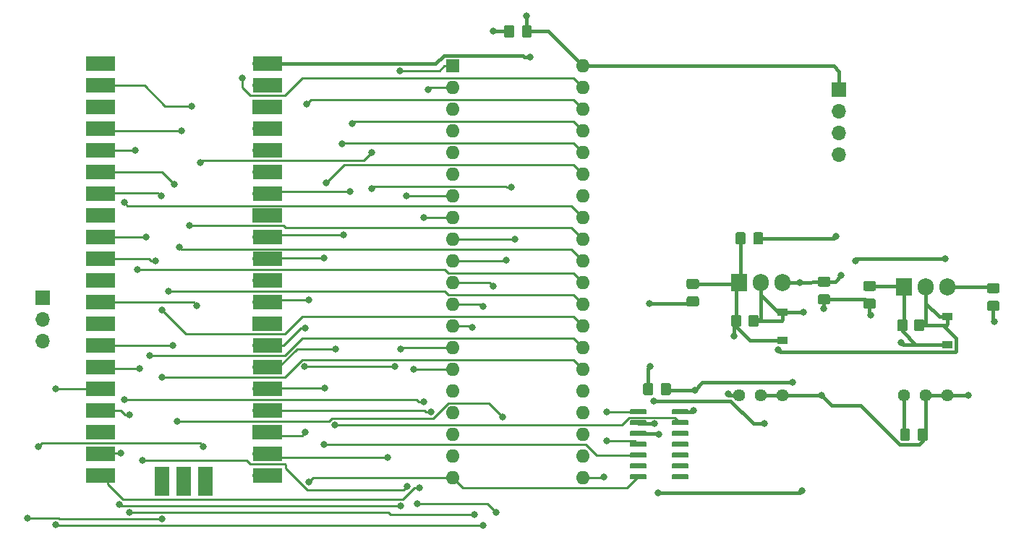
<source format=gbr>
G04 #@! TF.GenerationSoftware,KiCad,Pcbnew,5.1.5+dfsg1-2build2*
G04 #@! TF.CreationDate,2023-06-05T14:25:05+01:00*
G04 #@! TF.ProjectId,dumper_3780,64756d70-6572-45f3-9337-38302e6b6963,rev?*
G04 #@! TF.SameCoordinates,Original*
G04 #@! TF.FileFunction,Copper,L1,Top*
G04 #@! TF.FilePolarity,Positive*
%FSLAX46Y46*%
G04 Gerber Fmt 4.6, Leading zero omitted, Abs format (unit mm)*
G04 Created by KiCad (PCBNEW 5.1.5+dfsg1-2build2) date 2023-06-05 14:25:05*
%MOMM*%
%LPD*%
G04 APERTURE LIST*
%ADD10O,1.700000X1.700000*%
%ADD11R,1.700000X1.700000*%
%ADD12O,1.600000X1.600000*%
%ADD13R,1.600000X1.600000*%
%ADD14R,1.700000X3.500000*%
%ADD15R,3.500000X1.700000*%
%ADD16C,0.100000*%
%ADD17O,1.905000X2.000000*%
%ADD18R,1.905000X2.000000*%
%ADD19C,1.440000*%
%ADD20R,1.200000X0.900000*%
%ADD21C,0.800000*%
%ADD22C,0.250000*%
%ADD23C,0.400000*%
G04 APERTURE END LIST*
D10*
X186182000Y-132334000D03*
X186182000Y-129794000D03*
D11*
X186182000Y-127254000D03*
D10*
X279400000Y-110490000D03*
X279400000Y-107950000D03*
X279400000Y-105410000D03*
D11*
X279400000Y-102870000D03*
D12*
X249428000Y-100076000D03*
X234188000Y-148336000D03*
X249428000Y-102616000D03*
X234188000Y-145796000D03*
X249428000Y-105156000D03*
X234188000Y-143256000D03*
X249428000Y-107696000D03*
X234188000Y-140716000D03*
X249428000Y-110236000D03*
X234188000Y-138176000D03*
X249428000Y-112776000D03*
X234188000Y-135636000D03*
X249428000Y-115316000D03*
X234188000Y-133096000D03*
X249428000Y-117856000D03*
X234188000Y-130556000D03*
X249428000Y-120396000D03*
X234188000Y-128016000D03*
X249428000Y-122936000D03*
X234188000Y-125476000D03*
X249428000Y-125476000D03*
X234188000Y-122936000D03*
X249428000Y-128016000D03*
X234188000Y-120396000D03*
X249428000Y-130556000D03*
X234188000Y-117856000D03*
X249428000Y-133096000D03*
X234188000Y-115316000D03*
X249428000Y-135636000D03*
X234188000Y-112776000D03*
X249428000Y-138176000D03*
X234188000Y-110236000D03*
X249428000Y-140716000D03*
X234188000Y-107696000D03*
X249428000Y-143256000D03*
X234188000Y-105156000D03*
X249428000Y-145796000D03*
X234188000Y-102616000D03*
X249428000Y-148336000D03*
D13*
X234188000Y-100076000D03*
D10*
X205232000Y-147852000D03*
D14*
X205232000Y-148752000D03*
D11*
X202692000Y-147852000D03*
D14*
X202692000Y-148752000D03*
D10*
X200152000Y-147852000D03*
D14*
X200152000Y-148752000D03*
D15*
X212482000Y-148082000D03*
X212482000Y-145542000D03*
X212482000Y-143002000D03*
X212482000Y-140462000D03*
X212482000Y-137922000D03*
X212482000Y-135382000D03*
X212482000Y-132842000D03*
X212482000Y-130302000D03*
X212482000Y-127762000D03*
X212482000Y-125222000D03*
X212482000Y-122682000D03*
X212482000Y-120142000D03*
X212482000Y-117602000D03*
X212482000Y-115062000D03*
X212482000Y-112522000D03*
X212482000Y-109982000D03*
X212482000Y-107442000D03*
X212482000Y-104902000D03*
X212482000Y-102362000D03*
X212482000Y-99822000D03*
X192902000Y-148082000D03*
X192902000Y-145542000D03*
X192902000Y-143002000D03*
X192902000Y-140462000D03*
X192902000Y-137922000D03*
X192902000Y-135382000D03*
X192902000Y-132842000D03*
X192902000Y-130302000D03*
X192902000Y-127762000D03*
X192902000Y-125222000D03*
X192902000Y-122682000D03*
X192902000Y-120142000D03*
X192902000Y-117602000D03*
X192902000Y-115062000D03*
X192902000Y-112522000D03*
X192902000Y-109982000D03*
X192902000Y-107442000D03*
X192902000Y-104902000D03*
X192902000Y-102362000D03*
X192902000Y-99822000D03*
D10*
X211582000Y-99822000D03*
X211582000Y-102362000D03*
D11*
X211582000Y-104902000D03*
D10*
X211582000Y-107442000D03*
X211582000Y-109982000D03*
X211582000Y-112522000D03*
X211582000Y-115062000D03*
D11*
X211582000Y-117602000D03*
D10*
X211582000Y-120142000D03*
X211582000Y-122682000D03*
X211582000Y-125222000D03*
X211582000Y-127762000D03*
D11*
X211582000Y-130302000D03*
D10*
X211582000Y-132842000D03*
X211582000Y-135382000D03*
X211582000Y-137922000D03*
X211582000Y-140462000D03*
D11*
X211582000Y-143002000D03*
D10*
X211582000Y-145542000D03*
X211582000Y-148082000D03*
X193802000Y-148082000D03*
X193802000Y-145542000D03*
D11*
X193802000Y-143002000D03*
D10*
X193802000Y-140462000D03*
X193802000Y-137922000D03*
X193802000Y-135382000D03*
X193802000Y-132842000D03*
D11*
X193802000Y-130302000D03*
D10*
X193802000Y-127762000D03*
X193802000Y-125222000D03*
X193802000Y-122682000D03*
X193802000Y-120142000D03*
D11*
X193802000Y-117602000D03*
D10*
X193802000Y-115062000D03*
X193802000Y-112522000D03*
X193802000Y-109982000D03*
X193802000Y-107442000D03*
D11*
X193802000Y-104902000D03*
D10*
X193802000Y-102362000D03*
X193802000Y-99822000D03*
G04 #@! TA.AperFunction,SMDPad,CuDef*
D16*
G36*
X261632703Y-140289722D02*
G01*
X261647264Y-140291882D01*
X261661543Y-140295459D01*
X261675403Y-140300418D01*
X261688710Y-140306712D01*
X261701336Y-140314280D01*
X261713159Y-140323048D01*
X261724066Y-140332934D01*
X261733952Y-140343841D01*
X261742720Y-140355664D01*
X261750288Y-140368290D01*
X261756582Y-140381597D01*
X261761541Y-140395457D01*
X261765118Y-140409736D01*
X261767278Y-140424297D01*
X261768000Y-140439000D01*
X261768000Y-140739000D01*
X261767278Y-140753703D01*
X261765118Y-140768264D01*
X261761541Y-140782543D01*
X261756582Y-140796403D01*
X261750288Y-140809710D01*
X261742720Y-140822336D01*
X261733952Y-140834159D01*
X261724066Y-140845066D01*
X261713159Y-140854952D01*
X261701336Y-140863720D01*
X261688710Y-140871288D01*
X261675403Y-140877582D01*
X261661543Y-140882541D01*
X261647264Y-140886118D01*
X261632703Y-140888278D01*
X261618000Y-140889000D01*
X259968000Y-140889000D01*
X259953297Y-140888278D01*
X259938736Y-140886118D01*
X259924457Y-140882541D01*
X259910597Y-140877582D01*
X259897290Y-140871288D01*
X259884664Y-140863720D01*
X259872841Y-140854952D01*
X259861934Y-140845066D01*
X259852048Y-140834159D01*
X259843280Y-140822336D01*
X259835712Y-140809710D01*
X259829418Y-140796403D01*
X259824459Y-140782543D01*
X259820882Y-140768264D01*
X259818722Y-140753703D01*
X259818000Y-140739000D01*
X259818000Y-140439000D01*
X259818722Y-140424297D01*
X259820882Y-140409736D01*
X259824459Y-140395457D01*
X259829418Y-140381597D01*
X259835712Y-140368290D01*
X259843280Y-140355664D01*
X259852048Y-140343841D01*
X259861934Y-140332934D01*
X259872841Y-140323048D01*
X259884664Y-140314280D01*
X259897290Y-140306712D01*
X259910597Y-140300418D01*
X259924457Y-140295459D01*
X259938736Y-140291882D01*
X259953297Y-140289722D01*
X259968000Y-140289000D01*
X261618000Y-140289000D01*
X261632703Y-140289722D01*
G37*
G04 #@! TD.AperFunction*
G04 #@! TA.AperFunction,SMDPad,CuDef*
G36*
X261632703Y-141559722D02*
G01*
X261647264Y-141561882D01*
X261661543Y-141565459D01*
X261675403Y-141570418D01*
X261688710Y-141576712D01*
X261701336Y-141584280D01*
X261713159Y-141593048D01*
X261724066Y-141602934D01*
X261733952Y-141613841D01*
X261742720Y-141625664D01*
X261750288Y-141638290D01*
X261756582Y-141651597D01*
X261761541Y-141665457D01*
X261765118Y-141679736D01*
X261767278Y-141694297D01*
X261768000Y-141709000D01*
X261768000Y-142009000D01*
X261767278Y-142023703D01*
X261765118Y-142038264D01*
X261761541Y-142052543D01*
X261756582Y-142066403D01*
X261750288Y-142079710D01*
X261742720Y-142092336D01*
X261733952Y-142104159D01*
X261724066Y-142115066D01*
X261713159Y-142124952D01*
X261701336Y-142133720D01*
X261688710Y-142141288D01*
X261675403Y-142147582D01*
X261661543Y-142152541D01*
X261647264Y-142156118D01*
X261632703Y-142158278D01*
X261618000Y-142159000D01*
X259968000Y-142159000D01*
X259953297Y-142158278D01*
X259938736Y-142156118D01*
X259924457Y-142152541D01*
X259910597Y-142147582D01*
X259897290Y-142141288D01*
X259884664Y-142133720D01*
X259872841Y-142124952D01*
X259861934Y-142115066D01*
X259852048Y-142104159D01*
X259843280Y-142092336D01*
X259835712Y-142079710D01*
X259829418Y-142066403D01*
X259824459Y-142052543D01*
X259820882Y-142038264D01*
X259818722Y-142023703D01*
X259818000Y-142009000D01*
X259818000Y-141709000D01*
X259818722Y-141694297D01*
X259820882Y-141679736D01*
X259824459Y-141665457D01*
X259829418Y-141651597D01*
X259835712Y-141638290D01*
X259843280Y-141625664D01*
X259852048Y-141613841D01*
X259861934Y-141602934D01*
X259872841Y-141593048D01*
X259884664Y-141584280D01*
X259897290Y-141576712D01*
X259910597Y-141570418D01*
X259924457Y-141565459D01*
X259938736Y-141561882D01*
X259953297Y-141559722D01*
X259968000Y-141559000D01*
X261618000Y-141559000D01*
X261632703Y-141559722D01*
G37*
G04 #@! TD.AperFunction*
G04 #@! TA.AperFunction,SMDPad,CuDef*
G36*
X261632703Y-142829722D02*
G01*
X261647264Y-142831882D01*
X261661543Y-142835459D01*
X261675403Y-142840418D01*
X261688710Y-142846712D01*
X261701336Y-142854280D01*
X261713159Y-142863048D01*
X261724066Y-142872934D01*
X261733952Y-142883841D01*
X261742720Y-142895664D01*
X261750288Y-142908290D01*
X261756582Y-142921597D01*
X261761541Y-142935457D01*
X261765118Y-142949736D01*
X261767278Y-142964297D01*
X261768000Y-142979000D01*
X261768000Y-143279000D01*
X261767278Y-143293703D01*
X261765118Y-143308264D01*
X261761541Y-143322543D01*
X261756582Y-143336403D01*
X261750288Y-143349710D01*
X261742720Y-143362336D01*
X261733952Y-143374159D01*
X261724066Y-143385066D01*
X261713159Y-143394952D01*
X261701336Y-143403720D01*
X261688710Y-143411288D01*
X261675403Y-143417582D01*
X261661543Y-143422541D01*
X261647264Y-143426118D01*
X261632703Y-143428278D01*
X261618000Y-143429000D01*
X259968000Y-143429000D01*
X259953297Y-143428278D01*
X259938736Y-143426118D01*
X259924457Y-143422541D01*
X259910597Y-143417582D01*
X259897290Y-143411288D01*
X259884664Y-143403720D01*
X259872841Y-143394952D01*
X259861934Y-143385066D01*
X259852048Y-143374159D01*
X259843280Y-143362336D01*
X259835712Y-143349710D01*
X259829418Y-143336403D01*
X259824459Y-143322543D01*
X259820882Y-143308264D01*
X259818722Y-143293703D01*
X259818000Y-143279000D01*
X259818000Y-142979000D01*
X259818722Y-142964297D01*
X259820882Y-142949736D01*
X259824459Y-142935457D01*
X259829418Y-142921597D01*
X259835712Y-142908290D01*
X259843280Y-142895664D01*
X259852048Y-142883841D01*
X259861934Y-142872934D01*
X259872841Y-142863048D01*
X259884664Y-142854280D01*
X259897290Y-142846712D01*
X259910597Y-142840418D01*
X259924457Y-142835459D01*
X259938736Y-142831882D01*
X259953297Y-142829722D01*
X259968000Y-142829000D01*
X261618000Y-142829000D01*
X261632703Y-142829722D01*
G37*
G04 #@! TD.AperFunction*
G04 #@! TA.AperFunction,SMDPad,CuDef*
G36*
X261632703Y-144099722D02*
G01*
X261647264Y-144101882D01*
X261661543Y-144105459D01*
X261675403Y-144110418D01*
X261688710Y-144116712D01*
X261701336Y-144124280D01*
X261713159Y-144133048D01*
X261724066Y-144142934D01*
X261733952Y-144153841D01*
X261742720Y-144165664D01*
X261750288Y-144178290D01*
X261756582Y-144191597D01*
X261761541Y-144205457D01*
X261765118Y-144219736D01*
X261767278Y-144234297D01*
X261768000Y-144249000D01*
X261768000Y-144549000D01*
X261767278Y-144563703D01*
X261765118Y-144578264D01*
X261761541Y-144592543D01*
X261756582Y-144606403D01*
X261750288Y-144619710D01*
X261742720Y-144632336D01*
X261733952Y-144644159D01*
X261724066Y-144655066D01*
X261713159Y-144664952D01*
X261701336Y-144673720D01*
X261688710Y-144681288D01*
X261675403Y-144687582D01*
X261661543Y-144692541D01*
X261647264Y-144696118D01*
X261632703Y-144698278D01*
X261618000Y-144699000D01*
X259968000Y-144699000D01*
X259953297Y-144698278D01*
X259938736Y-144696118D01*
X259924457Y-144692541D01*
X259910597Y-144687582D01*
X259897290Y-144681288D01*
X259884664Y-144673720D01*
X259872841Y-144664952D01*
X259861934Y-144655066D01*
X259852048Y-144644159D01*
X259843280Y-144632336D01*
X259835712Y-144619710D01*
X259829418Y-144606403D01*
X259824459Y-144592543D01*
X259820882Y-144578264D01*
X259818722Y-144563703D01*
X259818000Y-144549000D01*
X259818000Y-144249000D01*
X259818722Y-144234297D01*
X259820882Y-144219736D01*
X259824459Y-144205457D01*
X259829418Y-144191597D01*
X259835712Y-144178290D01*
X259843280Y-144165664D01*
X259852048Y-144153841D01*
X259861934Y-144142934D01*
X259872841Y-144133048D01*
X259884664Y-144124280D01*
X259897290Y-144116712D01*
X259910597Y-144110418D01*
X259924457Y-144105459D01*
X259938736Y-144101882D01*
X259953297Y-144099722D01*
X259968000Y-144099000D01*
X261618000Y-144099000D01*
X261632703Y-144099722D01*
G37*
G04 #@! TD.AperFunction*
G04 #@! TA.AperFunction,SMDPad,CuDef*
G36*
X261632703Y-145369722D02*
G01*
X261647264Y-145371882D01*
X261661543Y-145375459D01*
X261675403Y-145380418D01*
X261688710Y-145386712D01*
X261701336Y-145394280D01*
X261713159Y-145403048D01*
X261724066Y-145412934D01*
X261733952Y-145423841D01*
X261742720Y-145435664D01*
X261750288Y-145448290D01*
X261756582Y-145461597D01*
X261761541Y-145475457D01*
X261765118Y-145489736D01*
X261767278Y-145504297D01*
X261768000Y-145519000D01*
X261768000Y-145819000D01*
X261767278Y-145833703D01*
X261765118Y-145848264D01*
X261761541Y-145862543D01*
X261756582Y-145876403D01*
X261750288Y-145889710D01*
X261742720Y-145902336D01*
X261733952Y-145914159D01*
X261724066Y-145925066D01*
X261713159Y-145934952D01*
X261701336Y-145943720D01*
X261688710Y-145951288D01*
X261675403Y-145957582D01*
X261661543Y-145962541D01*
X261647264Y-145966118D01*
X261632703Y-145968278D01*
X261618000Y-145969000D01*
X259968000Y-145969000D01*
X259953297Y-145968278D01*
X259938736Y-145966118D01*
X259924457Y-145962541D01*
X259910597Y-145957582D01*
X259897290Y-145951288D01*
X259884664Y-145943720D01*
X259872841Y-145934952D01*
X259861934Y-145925066D01*
X259852048Y-145914159D01*
X259843280Y-145902336D01*
X259835712Y-145889710D01*
X259829418Y-145876403D01*
X259824459Y-145862543D01*
X259820882Y-145848264D01*
X259818722Y-145833703D01*
X259818000Y-145819000D01*
X259818000Y-145519000D01*
X259818722Y-145504297D01*
X259820882Y-145489736D01*
X259824459Y-145475457D01*
X259829418Y-145461597D01*
X259835712Y-145448290D01*
X259843280Y-145435664D01*
X259852048Y-145423841D01*
X259861934Y-145412934D01*
X259872841Y-145403048D01*
X259884664Y-145394280D01*
X259897290Y-145386712D01*
X259910597Y-145380418D01*
X259924457Y-145375459D01*
X259938736Y-145371882D01*
X259953297Y-145369722D01*
X259968000Y-145369000D01*
X261618000Y-145369000D01*
X261632703Y-145369722D01*
G37*
G04 #@! TD.AperFunction*
G04 #@! TA.AperFunction,SMDPad,CuDef*
G36*
X261632703Y-146639722D02*
G01*
X261647264Y-146641882D01*
X261661543Y-146645459D01*
X261675403Y-146650418D01*
X261688710Y-146656712D01*
X261701336Y-146664280D01*
X261713159Y-146673048D01*
X261724066Y-146682934D01*
X261733952Y-146693841D01*
X261742720Y-146705664D01*
X261750288Y-146718290D01*
X261756582Y-146731597D01*
X261761541Y-146745457D01*
X261765118Y-146759736D01*
X261767278Y-146774297D01*
X261768000Y-146789000D01*
X261768000Y-147089000D01*
X261767278Y-147103703D01*
X261765118Y-147118264D01*
X261761541Y-147132543D01*
X261756582Y-147146403D01*
X261750288Y-147159710D01*
X261742720Y-147172336D01*
X261733952Y-147184159D01*
X261724066Y-147195066D01*
X261713159Y-147204952D01*
X261701336Y-147213720D01*
X261688710Y-147221288D01*
X261675403Y-147227582D01*
X261661543Y-147232541D01*
X261647264Y-147236118D01*
X261632703Y-147238278D01*
X261618000Y-147239000D01*
X259968000Y-147239000D01*
X259953297Y-147238278D01*
X259938736Y-147236118D01*
X259924457Y-147232541D01*
X259910597Y-147227582D01*
X259897290Y-147221288D01*
X259884664Y-147213720D01*
X259872841Y-147204952D01*
X259861934Y-147195066D01*
X259852048Y-147184159D01*
X259843280Y-147172336D01*
X259835712Y-147159710D01*
X259829418Y-147146403D01*
X259824459Y-147132543D01*
X259820882Y-147118264D01*
X259818722Y-147103703D01*
X259818000Y-147089000D01*
X259818000Y-146789000D01*
X259818722Y-146774297D01*
X259820882Y-146759736D01*
X259824459Y-146745457D01*
X259829418Y-146731597D01*
X259835712Y-146718290D01*
X259843280Y-146705664D01*
X259852048Y-146693841D01*
X259861934Y-146682934D01*
X259872841Y-146673048D01*
X259884664Y-146664280D01*
X259897290Y-146656712D01*
X259910597Y-146650418D01*
X259924457Y-146645459D01*
X259938736Y-146641882D01*
X259953297Y-146639722D01*
X259968000Y-146639000D01*
X261618000Y-146639000D01*
X261632703Y-146639722D01*
G37*
G04 #@! TD.AperFunction*
G04 #@! TA.AperFunction,SMDPad,CuDef*
G36*
X261632703Y-147909722D02*
G01*
X261647264Y-147911882D01*
X261661543Y-147915459D01*
X261675403Y-147920418D01*
X261688710Y-147926712D01*
X261701336Y-147934280D01*
X261713159Y-147943048D01*
X261724066Y-147952934D01*
X261733952Y-147963841D01*
X261742720Y-147975664D01*
X261750288Y-147988290D01*
X261756582Y-148001597D01*
X261761541Y-148015457D01*
X261765118Y-148029736D01*
X261767278Y-148044297D01*
X261768000Y-148059000D01*
X261768000Y-148359000D01*
X261767278Y-148373703D01*
X261765118Y-148388264D01*
X261761541Y-148402543D01*
X261756582Y-148416403D01*
X261750288Y-148429710D01*
X261742720Y-148442336D01*
X261733952Y-148454159D01*
X261724066Y-148465066D01*
X261713159Y-148474952D01*
X261701336Y-148483720D01*
X261688710Y-148491288D01*
X261675403Y-148497582D01*
X261661543Y-148502541D01*
X261647264Y-148506118D01*
X261632703Y-148508278D01*
X261618000Y-148509000D01*
X259968000Y-148509000D01*
X259953297Y-148508278D01*
X259938736Y-148506118D01*
X259924457Y-148502541D01*
X259910597Y-148497582D01*
X259897290Y-148491288D01*
X259884664Y-148483720D01*
X259872841Y-148474952D01*
X259861934Y-148465066D01*
X259852048Y-148454159D01*
X259843280Y-148442336D01*
X259835712Y-148429710D01*
X259829418Y-148416403D01*
X259824459Y-148402543D01*
X259820882Y-148388264D01*
X259818722Y-148373703D01*
X259818000Y-148359000D01*
X259818000Y-148059000D01*
X259818722Y-148044297D01*
X259820882Y-148029736D01*
X259824459Y-148015457D01*
X259829418Y-148001597D01*
X259835712Y-147988290D01*
X259843280Y-147975664D01*
X259852048Y-147963841D01*
X259861934Y-147952934D01*
X259872841Y-147943048D01*
X259884664Y-147934280D01*
X259897290Y-147926712D01*
X259910597Y-147920418D01*
X259924457Y-147915459D01*
X259938736Y-147911882D01*
X259953297Y-147909722D01*
X259968000Y-147909000D01*
X261618000Y-147909000D01*
X261632703Y-147909722D01*
G37*
G04 #@! TD.AperFunction*
G04 #@! TA.AperFunction,SMDPad,CuDef*
G36*
X256682703Y-147909722D02*
G01*
X256697264Y-147911882D01*
X256711543Y-147915459D01*
X256725403Y-147920418D01*
X256738710Y-147926712D01*
X256751336Y-147934280D01*
X256763159Y-147943048D01*
X256774066Y-147952934D01*
X256783952Y-147963841D01*
X256792720Y-147975664D01*
X256800288Y-147988290D01*
X256806582Y-148001597D01*
X256811541Y-148015457D01*
X256815118Y-148029736D01*
X256817278Y-148044297D01*
X256818000Y-148059000D01*
X256818000Y-148359000D01*
X256817278Y-148373703D01*
X256815118Y-148388264D01*
X256811541Y-148402543D01*
X256806582Y-148416403D01*
X256800288Y-148429710D01*
X256792720Y-148442336D01*
X256783952Y-148454159D01*
X256774066Y-148465066D01*
X256763159Y-148474952D01*
X256751336Y-148483720D01*
X256738710Y-148491288D01*
X256725403Y-148497582D01*
X256711543Y-148502541D01*
X256697264Y-148506118D01*
X256682703Y-148508278D01*
X256668000Y-148509000D01*
X255018000Y-148509000D01*
X255003297Y-148508278D01*
X254988736Y-148506118D01*
X254974457Y-148502541D01*
X254960597Y-148497582D01*
X254947290Y-148491288D01*
X254934664Y-148483720D01*
X254922841Y-148474952D01*
X254911934Y-148465066D01*
X254902048Y-148454159D01*
X254893280Y-148442336D01*
X254885712Y-148429710D01*
X254879418Y-148416403D01*
X254874459Y-148402543D01*
X254870882Y-148388264D01*
X254868722Y-148373703D01*
X254868000Y-148359000D01*
X254868000Y-148059000D01*
X254868722Y-148044297D01*
X254870882Y-148029736D01*
X254874459Y-148015457D01*
X254879418Y-148001597D01*
X254885712Y-147988290D01*
X254893280Y-147975664D01*
X254902048Y-147963841D01*
X254911934Y-147952934D01*
X254922841Y-147943048D01*
X254934664Y-147934280D01*
X254947290Y-147926712D01*
X254960597Y-147920418D01*
X254974457Y-147915459D01*
X254988736Y-147911882D01*
X255003297Y-147909722D01*
X255018000Y-147909000D01*
X256668000Y-147909000D01*
X256682703Y-147909722D01*
G37*
G04 #@! TD.AperFunction*
G04 #@! TA.AperFunction,SMDPad,CuDef*
G36*
X256682703Y-146639722D02*
G01*
X256697264Y-146641882D01*
X256711543Y-146645459D01*
X256725403Y-146650418D01*
X256738710Y-146656712D01*
X256751336Y-146664280D01*
X256763159Y-146673048D01*
X256774066Y-146682934D01*
X256783952Y-146693841D01*
X256792720Y-146705664D01*
X256800288Y-146718290D01*
X256806582Y-146731597D01*
X256811541Y-146745457D01*
X256815118Y-146759736D01*
X256817278Y-146774297D01*
X256818000Y-146789000D01*
X256818000Y-147089000D01*
X256817278Y-147103703D01*
X256815118Y-147118264D01*
X256811541Y-147132543D01*
X256806582Y-147146403D01*
X256800288Y-147159710D01*
X256792720Y-147172336D01*
X256783952Y-147184159D01*
X256774066Y-147195066D01*
X256763159Y-147204952D01*
X256751336Y-147213720D01*
X256738710Y-147221288D01*
X256725403Y-147227582D01*
X256711543Y-147232541D01*
X256697264Y-147236118D01*
X256682703Y-147238278D01*
X256668000Y-147239000D01*
X255018000Y-147239000D01*
X255003297Y-147238278D01*
X254988736Y-147236118D01*
X254974457Y-147232541D01*
X254960597Y-147227582D01*
X254947290Y-147221288D01*
X254934664Y-147213720D01*
X254922841Y-147204952D01*
X254911934Y-147195066D01*
X254902048Y-147184159D01*
X254893280Y-147172336D01*
X254885712Y-147159710D01*
X254879418Y-147146403D01*
X254874459Y-147132543D01*
X254870882Y-147118264D01*
X254868722Y-147103703D01*
X254868000Y-147089000D01*
X254868000Y-146789000D01*
X254868722Y-146774297D01*
X254870882Y-146759736D01*
X254874459Y-146745457D01*
X254879418Y-146731597D01*
X254885712Y-146718290D01*
X254893280Y-146705664D01*
X254902048Y-146693841D01*
X254911934Y-146682934D01*
X254922841Y-146673048D01*
X254934664Y-146664280D01*
X254947290Y-146656712D01*
X254960597Y-146650418D01*
X254974457Y-146645459D01*
X254988736Y-146641882D01*
X255003297Y-146639722D01*
X255018000Y-146639000D01*
X256668000Y-146639000D01*
X256682703Y-146639722D01*
G37*
G04 #@! TD.AperFunction*
G04 #@! TA.AperFunction,SMDPad,CuDef*
G36*
X256682703Y-145369722D02*
G01*
X256697264Y-145371882D01*
X256711543Y-145375459D01*
X256725403Y-145380418D01*
X256738710Y-145386712D01*
X256751336Y-145394280D01*
X256763159Y-145403048D01*
X256774066Y-145412934D01*
X256783952Y-145423841D01*
X256792720Y-145435664D01*
X256800288Y-145448290D01*
X256806582Y-145461597D01*
X256811541Y-145475457D01*
X256815118Y-145489736D01*
X256817278Y-145504297D01*
X256818000Y-145519000D01*
X256818000Y-145819000D01*
X256817278Y-145833703D01*
X256815118Y-145848264D01*
X256811541Y-145862543D01*
X256806582Y-145876403D01*
X256800288Y-145889710D01*
X256792720Y-145902336D01*
X256783952Y-145914159D01*
X256774066Y-145925066D01*
X256763159Y-145934952D01*
X256751336Y-145943720D01*
X256738710Y-145951288D01*
X256725403Y-145957582D01*
X256711543Y-145962541D01*
X256697264Y-145966118D01*
X256682703Y-145968278D01*
X256668000Y-145969000D01*
X255018000Y-145969000D01*
X255003297Y-145968278D01*
X254988736Y-145966118D01*
X254974457Y-145962541D01*
X254960597Y-145957582D01*
X254947290Y-145951288D01*
X254934664Y-145943720D01*
X254922841Y-145934952D01*
X254911934Y-145925066D01*
X254902048Y-145914159D01*
X254893280Y-145902336D01*
X254885712Y-145889710D01*
X254879418Y-145876403D01*
X254874459Y-145862543D01*
X254870882Y-145848264D01*
X254868722Y-145833703D01*
X254868000Y-145819000D01*
X254868000Y-145519000D01*
X254868722Y-145504297D01*
X254870882Y-145489736D01*
X254874459Y-145475457D01*
X254879418Y-145461597D01*
X254885712Y-145448290D01*
X254893280Y-145435664D01*
X254902048Y-145423841D01*
X254911934Y-145412934D01*
X254922841Y-145403048D01*
X254934664Y-145394280D01*
X254947290Y-145386712D01*
X254960597Y-145380418D01*
X254974457Y-145375459D01*
X254988736Y-145371882D01*
X255003297Y-145369722D01*
X255018000Y-145369000D01*
X256668000Y-145369000D01*
X256682703Y-145369722D01*
G37*
G04 #@! TD.AperFunction*
G04 #@! TA.AperFunction,SMDPad,CuDef*
G36*
X256682703Y-144099722D02*
G01*
X256697264Y-144101882D01*
X256711543Y-144105459D01*
X256725403Y-144110418D01*
X256738710Y-144116712D01*
X256751336Y-144124280D01*
X256763159Y-144133048D01*
X256774066Y-144142934D01*
X256783952Y-144153841D01*
X256792720Y-144165664D01*
X256800288Y-144178290D01*
X256806582Y-144191597D01*
X256811541Y-144205457D01*
X256815118Y-144219736D01*
X256817278Y-144234297D01*
X256818000Y-144249000D01*
X256818000Y-144549000D01*
X256817278Y-144563703D01*
X256815118Y-144578264D01*
X256811541Y-144592543D01*
X256806582Y-144606403D01*
X256800288Y-144619710D01*
X256792720Y-144632336D01*
X256783952Y-144644159D01*
X256774066Y-144655066D01*
X256763159Y-144664952D01*
X256751336Y-144673720D01*
X256738710Y-144681288D01*
X256725403Y-144687582D01*
X256711543Y-144692541D01*
X256697264Y-144696118D01*
X256682703Y-144698278D01*
X256668000Y-144699000D01*
X255018000Y-144699000D01*
X255003297Y-144698278D01*
X254988736Y-144696118D01*
X254974457Y-144692541D01*
X254960597Y-144687582D01*
X254947290Y-144681288D01*
X254934664Y-144673720D01*
X254922841Y-144664952D01*
X254911934Y-144655066D01*
X254902048Y-144644159D01*
X254893280Y-144632336D01*
X254885712Y-144619710D01*
X254879418Y-144606403D01*
X254874459Y-144592543D01*
X254870882Y-144578264D01*
X254868722Y-144563703D01*
X254868000Y-144549000D01*
X254868000Y-144249000D01*
X254868722Y-144234297D01*
X254870882Y-144219736D01*
X254874459Y-144205457D01*
X254879418Y-144191597D01*
X254885712Y-144178290D01*
X254893280Y-144165664D01*
X254902048Y-144153841D01*
X254911934Y-144142934D01*
X254922841Y-144133048D01*
X254934664Y-144124280D01*
X254947290Y-144116712D01*
X254960597Y-144110418D01*
X254974457Y-144105459D01*
X254988736Y-144101882D01*
X255003297Y-144099722D01*
X255018000Y-144099000D01*
X256668000Y-144099000D01*
X256682703Y-144099722D01*
G37*
G04 #@! TD.AperFunction*
G04 #@! TA.AperFunction,SMDPad,CuDef*
G36*
X256682703Y-142829722D02*
G01*
X256697264Y-142831882D01*
X256711543Y-142835459D01*
X256725403Y-142840418D01*
X256738710Y-142846712D01*
X256751336Y-142854280D01*
X256763159Y-142863048D01*
X256774066Y-142872934D01*
X256783952Y-142883841D01*
X256792720Y-142895664D01*
X256800288Y-142908290D01*
X256806582Y-142921597D01*
X256811541Y-142935457D01*
X256815118Y-142949736D01*
X256817278Y-142964297D01*
X256818000Y-142979000D01*
X256818000Y-143279000D01*
X256817278Y-143293703D01*
X256815118Y-143308264D01*
X256811541Y-143322543D01*
X256806582Y-143336403D01*
X256800288Y-143349710D01*
X256792720Y-143362336D01*
X256783952Y-143374159D01*
X256774066Y-143385066D01*
X256763159Y-143394952D01*
X256751336Y-143403720D01*
X256738710Y-143411288D01*
X256725403Y-143417582D01*
X256711543Y-143422541D01*
X256697264Y-143426118D01*
X256682703Y-143428278D01*
X256668000Y-143429000D01*
X255018000Y-143429000D01*
X255003297Y-143428278D01*
X254988736Y-143426118D01*
X254974457Y-143422541D01*
X254960597Y-143417582D01*
X254947290Y-143411288D01*
X254934664Y-143403720D01*
X254922841Y-143394952D01*
X254911934Y-143385066D01*
X254902048Y-143374159D01*
X254893280Y-143362336D01*
X254885712Y-143349710D01*
X254879418Y-143336403D01*
X254874459Y-143322543D01*
X254870882Y-143308264D01*
X254868722Y-143293703D01*
X254868000Y-143279000D01*
X254868000Y-142979000D01*
X254868722Y-142964297D01*
X254870882Y-142949736D01*
X254874459Y-142935457D01*
X254879418Y-142921597D01*
X254885712Y-142908290D01*
X254893280Y-142895664D01*
X254902048Y-142883841D01*
X254911934Y-142872934D01*
X254922841Y-142863048D01*
X254934664Y-142854280D01*
X254947290Y-142846712D01*
X254960597Y-142840418D01*
X254974457Y-142835459D01*
X254988736Y-142831882D01*
X255003297Y-142829722D01*
X255018000Y-142829000D01*
X256668000Y-142829000D01*
X256682703Y-142829722D01*
G37*
G04 #@! TD.AperFunction*
G04 #@! TA.AperFunction,SMDPad,CuDef*
G36*
X256682703Y-141559722D02*
G01*
X256697264Y-141561882D01*
X256711543Y-141565459D01*
X256725403Y-141570418D01*
X256738710Y-141576712D01*
X256751336Y-141584280D01*
X256763159Y-141593048D01*
X256774066Y-141602934D01*
X256783952Y-141613841D01*
X256792720Y-141625664D01*
X256800288Y-141638290D01*
X256806582Y-141651597D01*
X256811541Y-141665457D01*
X256815118Y-141679736D01*
X256817278Y-141694297D01*
X256818000Y-141709000D01*
X256818000Y-142009000D01*
X256817278Y-142023703D01*
X256815118Y-142038264D01*
X256811541Y-142052543D01*
X256806582Y-142066403D01*
X256800288Y-142079710D01*
X256792720Y-142092336D01*
X256783952Y-142104159D01*
X256774066Y-142115066D01*
X256763159Y-142124952D01*
X256751336Y-142133720D01*
X256738710Y-142141288D01*
X256725403Y-142147582D01*
X256711543Y-142152541D01*
X256697264Y-142156118D01*
X256682703Y-142158278D01*
X256668000Y-142159000D01*
X255018000Y-142159000D01*
X255003297Y-142158278D01*
X254988736Y-142156118D01*
X254974457Y-142152541D01*
X254960597Y-142147582D01*
X254947290Y-142141288D01*
X254934664Y-142133720D01*
X254922841Y-142124952D01*
X254911934Y-142115066D01*
X254902048Y-142104159D01*
X254893280Y-142092336D01*
X254885712Y-142079710D01*
X254879418Y-142066403D01*
X254874459Y-142052543D01*
X254870882Y-142038264D01*
X254868722Y-142023703D01*
X254868000Y-142009000D01*
X254868000Y-141709000D01*
X254868722Y-141694297D01*
X254870882Y-141679736D01*
X254874459Y-141665457D01*
X254879418Y-141651597D01*
X254885712Y-141638290D01*
X254893280Y-141625664D01*
X254902048Y-141613841D01*
X254911934Y-141602934D01*
X254922841Y-141593048D01*
X254934664Y-141584280D01*
X254947290Y-141576712D01*
X254960597Y-141570418D01*
X254974457Y-141565459D01*
X254988736Y-141561882D01*
X255003297Y-141559722D01*
X255018000Y-141559000D01*
X256668000Y-141559000D01*
X256682703Y-141559722D01*
G37*
G04 #@! TD.AperFunction*
G04 #@! TA.AperFunction,SMDPad,CuDef*
G36*
X256682703Y-140289722D02*
G01*
X256697264Y-140291882D01*
X256711543Y-140295459D01*
X256725403Y-140300418D01*
X256738710Y-140306712D01*
X256751336Y-140314280D01*
X256763159Y-140323048D01*
X256774066Y-140332934D01*
X256783952Y-140343841D01*
X256792720Y-140355664D01*
X256800288Y-140368290D01*
X256806582Y-140381597D01*
X256811541Y-140395457D01*
X256815118Y-140409736D01*
X256817278Y-140424297D01*
X256818000Y-140439000D01*
X256818000Y-140739000D01*
X256817278Y-140753703D01*
X256815118Y-140768264D01*
X256811541Y-140782543D01*
X256806582Y-140796403D01*
X256800288Y-140809710D01*
X256792720Y-140822336D01*
X256783952Y-140834159D01*
X256774066Y-140845066D01*
X256763159Y-140854952D01*
X256751336Y-140863720D01*
X256738710Y-140871288D01*
X256725403Y-140877582D01*
X256711543Y-140882541D01*
X256697264Y-140886118D01*
X256682703Y-140888278D01*
X256668000Y-140889000D01*
X255018000Y-140889000D01*
X255003297Y-140888278D01*
X254988736Y-140886118D01*
X254974457Y-140882541D01*
X254960597Y-140877582D01*
X254947290Y-140871288D01*
X254934664Y-140863720D01*
X254922841Y-140854952D01*
X254911934Y-140845066D01*
X254902048Y-140834159D01*
X254893280Y-140822336D01*
X254885712Y-140809710D01*
X254879418Y-140796403D01*
X254874459Y-140782543D01*
X254870882Y-140768264D01*
X254868722Y-140753703D01*
X254868000Y-140739000D01*
X254868000Y-140439000D01*
X254868722Y-140424297D01*
X254870882Y-140409736D01*
X254874459Y-140395457D01*
X254879418Y-140381597D01*
X254885712Y-140368290D01*
X254893280Y-140355664D01*
X254902048Y-140343841D01*
X254911934Y-140332934D01*
X254922841Y-140323048D01*
X254934664Y-140314280D01*
X254947290Y-140306712D01*
X254960597Y-140300418D01*
X254974457Y-140295459D01*
X254988736Y-140291882D01*
X255003297Y-140289722D01*
X255018000Y-140289000D01*
X256668000Y-140289000D01*
X256682703Y-140289722D01*
G37*
G04 #@! TD.AperFunction*
D17*
X272796000Y-125476000D03*
X270256000Y-125476000D03*
D18*
X267716000Y-125476000D03*
D17*
X292100000Y-125984000D03*
X289560000Y-125984000D03*
D18*
X287020000Y-125984000D03*
D19*
X272796000Y-138684000D03*
X270256000Y-138684000D03*
X267716000Y-138684000D03*
X292100000Y-138684000D03*
X289560000Y-138684000D03*
X287020000Y-138684000D03*
G04 #@! TA.AperFunction,SMDPad,CuDef*
D16*
G36*
X267725505Y-129222204D02*
G01*
X267749773Y-129225804D01*
X267773572Y-129231765D01*
X267796671Y-129240030D01*
X267818850Y-129250520D01*
X267839893Y-129263132D01*
X267859599Y-129277747D01*
X267877777Y-129294223D01*
X267894253Y-129312401D01*
X267908868Y-129332107D01*
X267921480Y-129353150D01*
X267931970Y-129375329D01*
X267940235Y-129398428D01*
X267946196Y-129422227D01*
X267949796Y-129446495D01*
X267951000Y-129470999D01*
X267951000Y-130371001D01*
X267949796Y-130395505D01*
X267946196Y-130419773D01*
X267940235Y-130443572D01*
X267931970Y-130466671D01*
X267921480Y-130488850D01*
X267908868Y-130509893D01*
X267894253Y-130529599D01*
X267877777Y-130547777D01*
X267859599Y-130564253D01*
X267839893Y-130578868D01*
X267818850Y-130591480D01*
X267796671Y-130601970D01*
X267773572Y-130610235D01*
X267749773Y-130616196D01*
X267725505Y-130619796D01*
X267701001Y-130621000D01*
X267000999Y-130621000D01*
X266976495Y-130619796D01*
X266952227Y-130616196D01*
X266928428Y-130610235D01*
X266905329Y-130601970D01*
X266883150Y-130591480D01*
X266862107Y-130578868D01*
X266842401Y-130564253D01*
X266824223Y-130547777D01*
X266807747Y-130529599D01*
X266793132Y-130509893D01*
X266780520Y-130488850D01*
X266770030Y-130466671D01*
X266761765Y-130443572D01*
X266755804Y-130419773D01*
X266752204Y-130395505D01*
X266751000Y-130371001D01*
X266751000Y-129470999D01*
X266752204Y-129446495D01*
X266755804Y-129422227D01*
X266761765Y-129398428D01*
X266770030Y-129375329D01*
X266780520Y-129353150D01*
X266793132Y-129332107D01*
X266807747Y-129312401D01*
X266824223Y-129294223D01*
X266842401Y-129277747D01*
X266862107Y-129263132D01*
X266883150Y-129250520D01*
X266905329Y-129240030D01*
X266928428Y-129231765D01*
X266952227Y-129225804D01*
X266976495Y-129222204D01*
X267000999Y-129221000D01*
X267701001Y-129221000D01*
X267725505Y-129222204D01*
G37*
G04 #@! TD.AperFunction*
G04 #@! TA.AperFunction,SMDPad,CuDef*
G36*
X269725505Y-129222204D02*
G01*
X269749773Y-129225804D01*
X269773572Y-129231765D01*
X269796671Y-129240030D01*
X269818850Y-129250520D01*
X269839893Y-129263132D01*
X269859599Y-129277747D01*
X269877777Y-129294223D01*
X269894253Y-129312401D01*
X269908868Y-129332107D01*
X269921480Y-129353150D01*
X269931970Y-129375329D01*
X269940235Y-129398428D01*
X269946196Y-129422227D01*
X269949796Y-129446495D01*
X269951000Y-129470999D01*
X269951000Y-130371001D01*
X269949796Y-130395505D01*
X269946196Y-130419773D01*
X269940235Y-130443572D01*
X269931970Y-130466671D01*
X269921480Y-130488850D01*
X269908868Y-130509893D01*
X269894253Y-130529599D01*
X269877777Y-130547777D01*
X269859599Y-130564253D01*
X269839893Y-130578868D01*
X269818850Y-130591480D01*
X269796671Y-130601970D01*
X269773572Y-130610235D01*
X269749773Y-130616196D01*
X269725505Y-130619796D01*
X269701001Y-130621000D01*
X269000999Y-130621000D01*
X268976495Y-130619796D01*
X268952227Y-130616196D01*
X268928428Y-130610235D01*
X268905329Y-130601970D01*
X268883150Y-130591480D01*
X268862107Y-130578868D01*
X268842401Y-130564253D01*
X268824223Y-130547777D01*
X268807747Y-130529599D01*
X268793132Y-130509893D01*
X268780520Y-130488850D01*
X268770030Y-130466671D01*
X268761765Y-130443572D01*
X268755804Y-130419773D01*
X268752204Y-130395505D01*
X268751000Y-130371001D01*
X268751000Y-129470999D01*
X268752204Y-129446495D01*
X268755804Y-129422227D01*
X268761765Y-129398428D01*
X268770030Y-129375329D01*
X268780520Y-129353150D01*
X268793132Y-129332107D01*
X268807747Y-129312401D01*
X268824223Y-129294223D01*
X268842401Y-129277747D01*
X268862107Y-129263132D01*
X268883150Y-129250520D01*
X268905329Y-129240030D01*
X268928428Y-129231765D01*
X268952227Y-129225804D01*
X268976495Y-129222204D01*
X269000999Y-129221000D01*
X269701001Y-129221000D01*
X269725505Y-129222204D01*
G37*
G04 #@! TD.AperFunction*
G04 #@! TA.AperFunction,SMDPad,CuDef*
G36*
X287156505Y-129730204D02*
G01*
X287180773Y-129733804D01*
X287204572Y-129739765D01*
X287227671Y-129748030D01*
X287249850Y-129758520D01*
X287270893Y-129771132D01*
X287290599Y-129785747D01*
X287308777Y-129802223D01*
X287325253Y-129820401D01*
X287339868Y-129840107D01*
X287352480Y-129861150D01*
X287362970Y-129883329D01*
X287371235Y-129906428D01*
X287377196Y-129930227D01*
X287380796Y-129954495D01*
X287382000Y-129978999D01*
X287382000Y-130879001D01*
X287380796Y-130903505D01*
X287377196Y-130927773D01*
X287371235Y-130951572D01*
X287362970Y-130974671D01*
X287352480Y-130996850D01*
X287339868Y-131017893D01*
X287325253Y-131037599D01*
X287308777Y-131055777D01*
X287290599Y-131072253D01*
X287270893Y-131086868D01*
X287249850Y-131099480D01*
X287227671Y-131109970D01*
X287204572Y-131118235D01*
X287180773Y-131124196D01*
X287156505Y-131127796D01*
X287132001Y-131129000D01*
X286431999Y-131129000D01*
X286407495Y-131127796D01*
X286383227Y-131124196D01*
X286359428Y-131118235D01*
X286336329Y-131109970D01*
X286314150Y-131099480D01*
X286293107Y-131086868D01*
X286273401Y-131072253D01*
X286255223Y-131055777D01*
X286238747Y-131037599D01*
X286224132Y-131017893D01*
X286211520Y-130996850D01*
X286201030Y-130974671D01*
X286192765Y-130951572D01*
X286186804Y-130927773D01*
X286183204Y-130903505D01*
X286182000Y-130879001D01*
X286182000Y-129978999D01*
X286183204Y-129954495D01*
X286186804Y-129930227D01*
X286192765Y-129906428D01*
X286201030Y-129883329D01*
X286211520Y-129861150D01*
X286224132Y-129840107D01*
X286238747Y-129820401D01*
X286255223Y-129802223D01*
X286273401Y-129785747D01*
X286293107Y-129771132D01*
X286314150Y-129758520D01*
X286336329Y-129748030D01*
X286359428Y-129739765D01*
X286383227Y-129733804D01*
X286407495Y-129730204D01*
X286431999Y-129729000D01*
X287132001Y-129729000D01*
X287156505Y-129730204D01*
G37*
G04 #@! TD.AperFunction*
G04 #@! TA.AperFunction,SMDPad,CuDef*
G36*
X289156505Y-129730204D02*
G01*
X289180773Y-129733804D01*
X289204572Y-129739765D01*
X289227671Y-129748030D01*
X289249850Y-129758520D01*
X289270893Y-129771132D01*
X289290599Y-129785747D01*
X289308777Y-129802223D01*
X289325253Y-129820401D01*
X289339868Y-129840107D01*
X289352480Y-129861150D01*
X289362970Y-129883329D01*
X289371235Y-129906428D01*
X289377196Y-129930227D01*
X289380796Y-129954495D01*
X289382000Y-129978999D01*
X289382000Y-130879001D01*
X289380796Y-130903505D01*
X289377196Y-130927773D01*
X289371235Y-130951572D01*
X289362970Y-130974671D01*
X289352480Y-130996850D01*
X289339868Y-131017893D01*
X289325253Y-131037599D01*
X289308777Y-131055777D01*
X289290599Y-131072253D01*
X289270893Y-131086868D01*
X289249850Y-131099480D01*
X289227671Y-131109970D01*
X289204572Y-131118235D01*
X289180773Y-131124196D01*
X289156505Y-131127796D01*
X289132001Y-131129000D01*
X288431999Y-131129000D01*
X288407495Y-131127796D01*
X288383227Y-131124196D01*
X288359428Y-131118235D01*
X288336329Y-131109970D01*
X288314150Y-131099480D01*
X288293107Y-131086868D01*
X288273401Y-131072253D01*
X288255223Y-131055777D01*
X288238747Y-131037599D01*
X288224132Y-131017893D01*
X288211520Y-130996850D01*
X288201030Y-130974671D01*
X288192765Y-130951572D01*
X288186804Y-130927773D01*
X288183204Y-130903505D01*
X288182000Y-130879001D01*
X288182000Y-129978999D01*
X288183204Y-129954495D01*
X288186804Y-129930227D01*
X288192765Y-129906428D01*
X288201030Y-129883329D01*
X288211520Y-129861150D01*
X288224132Y-129840107D01*
X288238747Y-129820401D01*
X288255223Y-129802223D01*
X288273401Y-129785747D01*
X288293107Y-129771132D01*
X288314150Y-129758520D01*
X288336329Y-129748030D01*
X288359428Y-129739765D01*
X288383227Y-129733804D01*
X288407495Y-129730204D01*
X288431999Y-129729000D01*
X289132001Y-129729000D01*
X289156505Y-129730204D01*
G37*
G04 #@! TD.AperFunction*
D20*
X272796000Y-132206000D03*
X272796000Y-128906000D03*
X292100000Y-132714000D03*
X292100000Y-129414000D03*
G04 #@! TA.AperFunction,SMDPad,CuDef*
D16*
G36*
X257388504Y-137198204D02*
G01*
X257412773Y-137201804D01*
X257436571Y-137207765D01*
X257459671Y-137216030D01*
X257481849Y-137226520D01*
X257502893Y-137239133D01*
X257522598Y-137253747D01*
X257540777Y-137270223D01*
X257557253Y-137288402D01*
X257571867Y-137308107D01*
X257584480Y-137329151D01*
X257594970Y-137351329D01*
X257603235Y-137374429D01*
X257609196Y-137398227D01*
X257612796Y-137422496D01*
X257614000Y-137447000D01*
X257614000Y-138397000D01*
X257612796Y-138421504D01*
X257609196Y-138445773D01*
X257603235Y-138469571D01*
X257594970Y-138492671D01*
X257584480Y-138514849D01*
X257571867Y-138535893D01*
X257557253Y-138555598D01*
X257540777Y-138573777D01*
X257522598Y-138590253D01*
X257502893Y-138604867D01*
X257481849Y-138617480D01*
X257459671Y-138627970D01*
X257436571Y-138636235D01*
X257412773Y-138642196D01*
X257388504Y-138645796D01*
X257364000Y-138647000D01*
X256689000Y-138647000D01*
X256664496Y-138645796D01*
X256640227Y-138642196D01*
X256616429Y-138636235D01*
X256593329Y-138627970D01*
X256571151Y-138617480D01*
X256550107Y-138604867D01*
X256530402Y-138590253D01*
X256512223Y-138573777D01*
X256495747Y-138555598D01*
X256481133Y-138535893D01*
X256468520Y-138514849D01*
X256458030Y-138492671D01*
X256449765Y-138469571D01*
X256443804Y-138445773D01*
X256440204Y-138421504D01*
X256439000Y-138397000D01*
X256439000Y-137447000D01*
X256440204Y-137422496D01*
X256443804Y-137398227D01*
X256449765Y-137374429D01*
X256458030Y-137351329D01*
X256468520Y-137329151D01*
X256481133Y-137308107D01*
X256495747Y-137288402D01*
X256512223Y-137270223D01*
X256530402Y-137253747D01*
X256550107Y-137239133D01*
X256571151Y-137226520D01*
X256593329Y-137216030D01*
X256616429Y-137207765D01*
X256640227Y-137201804D01*
X256664496Y-137198204D01*
X256689000Y-137197000D01*
X257364000Y-137197000D01*
X257388504Y-137198204D01*
G37*
G04 #@! TD.AperFunction*
G04 #@! TA.AperFunction,SMDPad,CuDef*
G36*
X259463504Y-137198204D02*
G01*
X259487773Y-137201804D01*
X259511571Y-137207765D01*
X259534671Y-137216030D01*
X259556849Y-137226520D01*
X259577893Y-137239133D01*
X259597598Y-137253747D01*
X259615777Y-137270223D01*
X259632253Y-137288402D01*
X259646867Y-137308107D01*
X259659480Y-137329151D01*
X259669970Y-137351329D01*
X259678235Y-137374429D01*
X259684196Y-137398227D01*
X259687796Y-137422496D01*
X259689000Y-137447000D01*
X259689000Y-138397000D01*
X259687796Y-138421504D01*
X259684196Y-138445773D01*
X259678235Y-138469571D01*
X259669970Y-138492671D01*
X259659480Y-138514849D01*
X259646867Y-138535893D01*
X259632253Y-138555598D01*
X259615777Y-138573777D01*
X259597598Y-138590253D01*
X259577893Y-138604867D01*
X259556849Y-138617480D01*
X259534671Y-138627970D01*
X259511571Y-138636235D01*
X259487773Y-138642196D01*
X259463504Y-138645796D01*
X259439000Y-138647000D01*
X258764000Y-138647000D01*
X258739496Y-138645796D01*
X258715227Y-138642196D01*
X258691429Y-138636235D01*
X258668329Y-138627970D01*
X258646151Y-138617480D01*
X258625107Y-138604867D01*
X258605402Y-138590253D01*
X258587223Y-138573777D01*
X258570747Y-138555598D01*
X258556133Y-138535893D01*
X258543520Y-138514849D01*
X258533030Y-138492671D01*
X258524765Y-138469571D01*
X258518804Y-138445773D01*
X258515204Y-138421504D01*
X258514000Y-138397000D01*
X258514000Y-137447000D01*
X258515204Y-137422496D01*
X258518804Y-137398227D01*
X258524765Y-137374429D01*
X258533030Y-137351329D01*
X258543520Y-137329151D01*
X258556133Y-137308107D01*
X258570747Y-137288402D01*
X258587223Y-137270223D01*
X258605402Y-137253747D01*
X258625107Y-137239133D01*
X258646151Y-137226520D01*
X258668329Y-137216030D01*
X258691429Y-137207765D01*
X258715227Y-137201804D01*
X258739496Y-137198204D01*
X258764000Y-137197000D01*
X259439000Y-137197000D01*
X259463504Y-137198204D01*
G37*
G04 #@! TD.AperFunction*
G04 #@! TA.AperFunction,SMDPad,CuDef*
G36*
X262754504Y-127070204D02*
G01*
X262778773Y-127073804D01*
X262802571Y-127079765D01*
X262825671Y-127088030D01*
X262847849Y-127098520D01*
X262868893Y-127111133D01*
X262888598Y-127125747D01*
X262906777Y-127142223D01*
X262923253Y-127160402D01*
X262937867Y-127180107D01*
X262950480Y-127201151D01*
X262960970Y-127223329D01*
X262969235Y-127246429D01*
X262975196Y-127270227D01*
X262978796Y-127294496D01*
X262980000Y-127319000D01*
X262980000Y-127994000D01*
X262978796Y-128018504D01*
X262975196Y-128042773D01*
X262969235Y-128066571D01*
X262960970Y-128089671D01*
X262950480Y-128111849D01*
X262937867Y-128132893D01*
X262923253Y-128152598D01*
X262906777Y-128170777D01*
X262888598Y-128187253D01*
X262868893Y-128201867D01*
X262847849Y-128214480D01*
X262825671Y-128224970D01*
X262802571Y-128233235D01*
X262778773Y-128239196D01*
X262754504Y-128242796D01*
X262730000Y-128244000D01*
X261780000Y-128244000D01*
X261755496Y-128242796D01*
X261731227Y-128239196D01*
X261707429Y-128233235D01*
X261684329Y-128224970D01*
X261662151Y-128214480D01*
X261641107Y-128201867D01*
X261621402Y-128187253D01*
X261603223Y-128170777D01*
X261586747Y-128152598D01*
X261572133Y-128132893D01*
X261559520Y-128111849D01*
X261549030Y-128089671D01*
X261540765Y-128066571D01*
X261534804Y-128042773D01*
X261531204Y-128018504D01*
X261530000Y-127994000D01*
X261530000Y-127319000D01*
X261531204Y-127294496D01*
X261534804Y-127270227D01*
X261540765Y-127246429D01*
X261549030Y-127223329D01*
X261559520Y-127201151D01*
X261572133Y-127180107D01*
X261586747Y-127160402D01*
X261603223Y-127142223D01*
X261621402Y-127125747D01*
X261641107Y-127111133D01*
X261662151Y-127098520D01*
X261684329Y-127088030D01*
X261707429Y-127079765D01*
X261731227Y-127073804D01*
X261755496Y-127070204D01*
X261780000Y-127069000D01*
X262730000Y-127069000D01*
X262754504Y-127070204D01*
G37*
G04 #@! TD.AperFunction*
G04 #@! TA.AperFunction,SMDPad,CuDef*
G36*
X262754504Y-124995204D02*
G01*
X262778773Y-124998804D01*
X262802571Y-125004765D01*
X262825671Y-125013030D01*
X262847849Y-125023520D01*
X262868893Y-125036133D01*
X262888598Y-125050747D01*
X262906777Y-125067223D01*
X262923253Y-125085402D01*
X262937867Y-125105107D01*
X262950480Y-125126151D01*
X262960970Y-125148329D01*
X262969235Y-125171429D01*
X262975196Y-125195227D01*
X262978796Y-125219496D01*
X262980000Y-125244000D01*
X262980000Y-125919000D01*
X262978796Y-125943504D01*
X262975196Y-125967773D01*
X262969235Y-125991571D01*
X262960970Y-126014671D01*
X262950480Y-126036849D01*
X262937867Y-126057893D01*
X262923253Y-126077598D01*
X262906777Y-126095777D01*
X262888598Y-126112253D01*
X262868893Y-126126867D01*
X262847849Y-126139480D01*
X262825671Y-126149970D01*
X262802571Y-126158235D01*
X262778773Y-126164196D01*
X262754504Y-126167796D01*
X262730000Y-126169000D01*
X261780000Y-126169000D01*
X261755496Y-126167796D01*
X261731227Y-126164196D01*
X261707429Y-126158235D01*
X261684329Y-126149970D01*
X261662151Y-126139480D01*
X261641107Y-126126867D01*
X261621402Y-126112253D01*
X261603223Y-126095777D01*
X261586747Y-126077598D01*
X261572133Y-126057893D01*
X261559520Y-126036849D01*
X261549030Y-126014671D01*
X261540765Y-125991571D01*
X261534804Y-125967773D01*
X261531204Y-125943504D01*
X261530000Y-125919000D01*
X261530000Y-125244000D01*
X261531204Y-125219496D01*
X261534804Y-125195227D01*
X261540765Y-125171429D01*
X261549030Y-125148329D01*
X261559520Y-125126151D01*
X261572133Y-125105107D01*
X261586747Y-125085402D01*
X261603223Y-125067223D01*
X261621402Y-125050747D01*
X261641107Y-125036133D01*
X261662151Y-125023520D01*
X261684329Y-125013030D01*
X261707429Y-125004765D01*
X261731227Y-124998804D01*
X261755496Y-124995204D01*
X261780000Y-124994000D01*
X262730000Y-124994000D01*
X262754504Y-124995204D01*
G37*
G04 #@! TD.AperFunction*
G04 #@! TA.AperFunction,SMDPad,CuDef*
G36*
X270280004Y-119545204D02*
G01*
X270304273Y-119548804D01*
X270328071Y-119554765D01*
X270351171Y-119563030D01*
X270373349Y-119573520D01*
X270394393Y-119586133D01*
X270414098Y-119600747D01*
X270432277Y-119617223D01*
X270448753Y-119635402D01*
X270463367Y-119655107D01*
X270475980Y-119676151D01*
X270486470Y-119698329D01*
X270494735Y-119721429D01*
X270500696Y-119745227D01*
X270504296Y-119769496D01*
X270505500Y-119794000D01*
X270505500Y-120744000D01*
X270504296Y-120768504D01*
X270500696Y-120792773D01*
X270494735Y-120816571D01*
X270486470Y-120839671D01*
X270475980Y-120861849D01*
X270463367Y-120882893D01*
X270448753Y-120902598D01*
X270432277Y-120920777D01*
X270414098Y-120937253D01*
X270394393Y-120951867D01*
X270373349Y-120964480D01*
X270351171Y-120974970D01*
X270328071Y-120983235D01*
X270304273Y-120989196D01*
X270280004Y-120992796D01*
X270255500Y-120994000D01*
X269580500Y-120994000D01*
X269555996Y-120992796D01*
X269531727Y-120989196D01*
X269507929Y-120983235D01*
X269484829Y-120974970D01*
X269462651Y-120964480D01*
X269441607Y-120951867D01*
X269421902Y-120937253D01*
X269403723Y-120920777D01*
X269387247Y-120902598D01*
X269372633Y-120882893D01*
X269360020Y-120861849D01*
X269349530Y-120839671D01*
X269341265Y-120816571D01*
X269335304Y-120792773D01*
X269331704Y-120768504D01*
X269330500Y-120744000D01*
X269330500Y-119794000D01*
X269331704Y-119769496D01*
X269335304Y-119745227D01*
X269341265Y-119721429D01*
X269349530Y-119698329D01*
X269360020Y-119676151D01*
X269372633Y-119655107D01*
X269387247Y-119635402D01*
X269403723Y-119617223D01*
X269421902Y-119600747D01*
X269441607Y-119586133D01*
X269462651Y-119573520D01*
X269484829Y-119563030D01*
X269507929Y-119554765D01*
X269531727Y-119548804D01*
X269555996Y-119545204D01*
X269580500Y-119544000D01*
X270255500Y-119544000D01*
X270280004Y-119545204D01*
G37*
G04 #@! TD.AperFunction*
G04 #@! TA.AperFunction,SMDPad,CuDef*
G36*
X268205004Y-119545204D02*
G01*
X268229273Y-119548804D01*
X268253071Y-119554765D01*
X268276171Y-119563030D01*
X268298349Y-119573520D01*
X268319393Y-119586133D01*
X268339098Y-119600747D01*
X268357277Y-119617223D01*
X268373753Y-119635402D01*
X268388367Y-119655107D01*
X268400980Y-119676151D01*
X268411470Y-119698329D01*
X268419735Y-119721429D01*
X268425696Y-119745227D01*
X268429296Y-119769496D01*
X268430500Y-119794000D01*
X268430500Y-120744000D01*
X268429296Y-120768504D01*
X268425696Y-120792773D01*
X268419735Y-120816571D01*
X268411470Y-120839671D01*
X268400980Y-120861849D01*
X268388367Y-120882893D01*
X268373753Y-120902598D01*
X268357277Y-120920777D01*
X268339098Y-120937253D01*
X268319393Y-120951867D01*
X268298349Y-120964480D01*
X268276171Y-120974970D01*
X268253071Y-120983235D01*
X268229273Y-120989196D01*
X268205004Y-120992796D01*
X268180500Y-120994000D01*
X267505500Y-120994000D01*
X267480996Y-120992796D01*
X267456727Y-120989196D01*
X267432929Y-120983235D01*
X267409829Y-120974970D01*
X267387651Y-120964480D01*
X267366607Y-120951867D01*
X267346902Y-120937253D01*
X267328723Y-120920777D01*
X267312247Y-120902598D01*
X267297633Y-120882893D01*
X267285020Y-120861849D01*
X267274530Y-120839671D01*
X267266265Y-120816571D01*
X267260304Y-120792773D01*
X267256704Y-120768504D01*
X267255500Y-120744000D01*
X267255500Y-119794000D01*
X267256704Y-119769496D01*
X267260304Y-119745227D01*
X267266265Y-119721429D01*
X267274530Y-119698329D01*
X267285020Y-119676151D01*
X267297633Y-119655107D01*
X267312247Y-119635402D01*
X267328723Y-119617223D01*
X267346902Y-119600747D01*
X267366607Y-119586133D01*
X267387651Y-119573520D01*
X267409829Y-119563030D01*
X267432929Y-119554765D01*
X267456727Y-119548804D01*
X267480996Y-119545204D01*
X267505500Y-119544000D01*
X268180500Y-119544000D01*
X268205004Y-119545204D01*
G37*
G04 #@! TD.AperFunction*
G04 #@! TA.AperFunction,SMDPad,CuDef*
G36*
X278121504Y-126816204D02*
G01*
X278145773Y-126819804D01*
X278169571Y-126825765D01*
X278192671Y-126834030D01*
X278214849Y-126844520D01*
X278235893Y-126857133D01*
X278255598Y-126871747D01*
X278273777Y-126888223D01*
X278290253Y-126906402D01*
X278304867Y-126926107D01*
X278317480Y-126947151D01*
X278327970Y-126969329D01*
X278336235Y-126992429D01*
X278342196Y-127016227D01*
X278345796Y-127040496D01*
X278347000Y-127065000D01*
X278347000Y-127740000D01*
X278345796Y-127764504D01*
X278342196Y-127788773D01*
X278336235Y-127812571D01*
X278327970Y-127835671D01*
X278317480Y-127857849D01*
X278304867Y-127878893D01*
X278290253Y-127898598D01*
X278273777Y-127916777D01*
X278255598Y-127933253D01*
X278235893Y-127947867D01*
X278214849Y-127960480D01*
X278192671Y-127970970D01*
X278169571Y-127979235D01*
X278145773Y-127985196D01*
X278121504Y-127988796D01*
X278097000Y-127990000D01*
X277147000Y-127990000D01*
X277122496Y-127988796D01*
X277098227Y-127985196D01*
X277074429Y-127979235D01*
X277051329Y-127970970D01*
X277029151Y-127960480D01*
X277008107Y-127947867D01*
X276988402Y-127933253D01*
X276970223Y-127916777D01*
X276953747Y-127898598D01*
X276939133Y-127878893D01*
X276926520Y-127857849D01*
X276916030Y-127835671D01*
X276907765Y-127812571D01*
X276901804Y-127788773D01*
X276898204Y-127764504D01*
X276897000Y-127740000D01*
X276897000Y-127065000D01*
X276898204Y-127040496D01*
X276901804Y-127016227D01*
X276907765Y-126992429D01*
X276916030Y-126969329D01*
X276926520Y-126947151D01*
X276939133Y-126926107D01*
X276953747Y-126906402D01*
X276970223Y-126888223D01*
X276988402Y-126871747D01*
X277008107Y-126857133D01*
X277029151Y-126844520D01*
X277051329Y-126834030D01*
X277074429Y-126825765D01*
X277098227Y-126819804D01*
X277122496Y-126816204D01*
X277147000Y-126815000D01*
X278097000Y-126815000D01*
X278121504Y-126816204D01*
G37*
G04 #@! TD.AperFunction*
G04 #@! TA.AperFunction,SMDPad,CuDef*
G36*
X278121504Y-124741204D02*
G01*
X278145773Y-124744804D01*
X278169571Y-124750765D01*
X278192671Y-124759030D01*
X278214849Y-124769520D01*
X278235893Y-124782133D01*
X278255598Y-124796747D01*
X278273777Y-124813223D01*
X278290253Y-124831402D01*
X278304867Y-124851107D01*
X278317480Y-124872151D01*
X278327970Y-124894329D01*
X278336235Y-124917429D01*
X278342196Y-124941227D01*
X278345796Y-124965496D01*
X278347000Y-124990000D01*
X278347000Y-125665000D01*
X278345796Y-125689504D01*
X278342196Y-125713773D01*
X278336235Y-125737571D01*
X278327970Y-125760671D01*
X278317480Y-125782849D01*
X278304867Y-125803893D01*
X278290253Y-125823598D01*
X278273777Y-125841777D01*
X278255598Y-125858253D01*
X278235893Y-125872867D01*
X278214849Y-125885480D01*
X278192671Y-125895970D01*
X278169571Y-125904235D01*
X278145773Y-125910196D01*
X278121504Y-125913796D01*
X278097000Y-125915000D01*
X277147000Y-125915000D01*
X277122496Y-125913796D01*
X277098227Y-125910196D01*
X277074429Y-125904235D01*
X277051329Y-125895970D01*
X277029151Y-125885480D01*
X277008107Y-125872867D01*
X276988402Y-125858253D01*
X276970223Y-125841777D01*
X276953747Y-125823598D01*
X276939133Y-125803893D01*
X276926520Y-125782849D01*
X276916030Y-125760671D01*
X276907765Y-125737571D01*
X276901804Y-125713773D01*
X276898204Y-125689504D01*
X276897000Y-125665000D01*
X276897000Y-124990000D01*
X276898204Y-124965496D01*
X276901804Y-124941227D01*
X276907765Y-124917429D01*
X276916030Y-124894329D01*
X276926520Y-124872151D01*
X276939133Y-124851107D01*
X276953747Y-124831402D01*
X276970223Y-124813223D01*
X276988402Y-124796747D01*
X277008107Y-124782133D01*
X277029151Y-124769520D01*
X277051329Y-124759030D01*
X277074429Y-124750765D01*
X277098227Y-124744804D01*
X277122496Y-124741204D01*
X277147000Y-124740000D01*
X278097000Y-124740000D01*
X278121504Y-124741204D01*
G37*
G04 #@! TD.AperFunction*
G04 #@! TA.AperFunction,SMDPad,CuDef*
G36*
X241111004Y-95288204D02*
G01*
X241135273Y-95291804D01*
X241159071Y-95297765D01*
X241182171Y-95306030D01*
X241204349Y-95316520D01*
X241225393Y-95329133D01*
X241245098Y-95343747D01*
X241263277Y-95360223D01*
X241279753Y-95378402D01*
X241294367Y-95398107D01*
X241306980Y-95419151D01*
X241317470Y-95441329D01*
X241325735Y-95464429D01*
X241331696Y-95488227D01*
X241335296Y-95512496D01*
X241336500Y-95537000D01*
X241336500Y-96487000D01*
X241335296Y-96511504D01*
X241331696Y-96535773D01*
X241325735Y-96559571D01*
X241317470Y-96582671D01*
X241306980Y-96604849D01*
X241294367Y-96625893D01*
X241279753Y-96645598D01*
X241263277Y-96663777D01*
X241245098Y-96680253D01*
X241225393Y-96694867D01*
X241204349Y-96707480D01*
X241182171Y-96717970D01*
X241159071Y-96726235D01*
X241135273Y-96732196D01*
X241111004Y-96735796D01*
X241086500Y-96737000D01*
X240411500Y-96737000D01*
X240386996Y-96735796D01*
X240362727Y-96732196D01*
X240338929Y-96726235D01*
X240315829Y-96717970D01*
X240293651Y-96707480D01*
X240272607Y-96694867D01*
X240252902Y-96680253D01*
X240234723Y-96663777D01*
X240218247Y-96645598D01*
X240203633Y-96625893D01*
X240191020Y-96604849D01*
X240180530Y-96582671D01*
X240172265Y-96559571D01*
X240166304Y-96535773D01*
X240162704Y-96511504D01*
X240161500Y-96487000D01*
X240161500Y-95537000D01*
X240162704Y-95512496D01*
X240166304Y-95488227D01*
X240172265Y-95464429D01*
X240180530Y-95441329D01*
X240191020Y-95419151D01*
X240203633Y-95398107D01*
X240218247Y-95378402D01*
X240234723Y-95360223D01*
X240252902Y-95343747D01*
X240272607Y-95329133D01*
X240293651Y-95316520D01*
X240315829Y-95306030D01*
X240338929Y-95297765D01*
X240362727Y-95291804D01*
X240386996Y-95288204D01*
X240411500Y-95287000D01*
X241086500Y-95287000D01*
X241111004Y-95288204D01*
G37*
G04 #@! TD.AperFunction*
G04 #@! TA.AperFunction,SMDPad,CuDef*
G36*
X243186004Y-95288204D02*
G01*
X243210273Y-95291804D01*
X243234071Y-95297765D01*
X243257171Y-95306030D01*
X243279349Y-95316520D01*
X243300393Y-95329133D01*
X243320098Y-95343747D01*
X243338277Y-95360223D01*
X243354753Y-95378402D01*
X243369367Y-95398107D01*
X243381980Y-95419151D01*
X243392470Y-95441329D01*
X243400735Y-95464429D01*
X243406696Y-95488227D01*
X243410296Y-95512496D01*
X243411500Y-95537000D01*
X243411500Y-96487000D01*
X243410296Y-96511504D01*
X243406696Y-96535773D01*
X243400735Y-96559571D01*
X243392470Y-96582671D01*
X243381980Y-96604849D01*
X243369367Y-96625893D01*
X243354753Y-96645598D01*
X243338277Y-96663777D01*
X243320098Y-96680253D01*
X243300393Y-96694867D01*
X243279349Y-96707480D01*
X243257171Y-96717970D01*
X243234071Y-96726235D01*
X243210273Y-96732196D01*
X243186004Y-96735796D01*
X243161500Y-96737000D01*
X242486500Y-96737000D01*
X242461996Y-96735796D01*
X242437727Y-96732196D01*
X242413929Y-96726235D01*
X242390829Y-96717970D01*
X242368651Y-96707480D01*
X242347607Y-96694867D01*
X242327902Y-96680253D01*
X242309723Y-96663777D01*
X242293247Y-96645598D01*
X242278633Y-96625893D01*
X242266020Y-96604849D01*
X242255530Y-96582671D01*
X242247265Y-96559571D01*
X242241304Y-96535773D01*
X242237704Y-96511504D01*
X242236500Y-96487000D01*
X242236500Y-95537000D01*
X242237704Y-95512496D01*
X242241304Y-95488227D01*
X242247265Y-95464429D01*
X242255530Y-95441329D01*
X242266020Y-95419151D01*
X242278633Y-95398107D01*
X242293247Y-95378402D01*
X242309723Y-95360223D01*
X242327902Y-95343747D01*
X242347607Y-95329133D01*
X242368651Y-95316520D01*
X242390829Y-95306030D01*
X242413929Y-95297765D01*
X242437727Y-95291804D01*
X242461996Y-95288204D01*
X242486500Y-95287000D01*
X243161500Y-95287000D01*
X243186004Y-95288204D01*
G37*
G04 #@! TD.AperFunction*
G04 #@! TA.AperFunction,SMDPad,CuDef*
G36*
X283455504Y-127324204D02*
G01*
X283479773Y-127327804D01*
X283503571Y-127333765D01*
X283526671Y-127342030D01*
X283548849Y-127352520D01*
X283569893Y-127365133D01*
X283589598Y-127379747D01*
X283607777Y-127396223D01*
X283624253Y-127414402D01*
X283638867Y-127434107D01*
X283651480Y-127455151D01*
X283661970Y-127477329D01*
X283670235Y-127500429D01*
X283676196Y-127524227D01*
X283679796Y-127548496D01*
X283681000Y-127573000D01*
X283681000Y-128248000D01*
X283679796Y-128272504D01*
X283676196Y-128296773D01*
X283670235Y-128320571D01*
X283661970Y-128343671D01*
X283651480Y-128365849D01*
X283638867Y-128386893D01*
X283624253Y-128406598D01*
X283607777Y-128424777D01*
X283589598Y-128441253D01*
X283569893Y-128455867D01*
X283548849Y-128468480D01*
X283526671Y-128478970D01*
X283503571Y-128487235D01*
X283479773Y-128493196D01*
X283455504Y-128496796D01*
X283431000Y-128498000D01*
X282481000Y-128498000D01*
X282456496Y-128496796D01*
X282432227Y-128493196D01*
X282408429Y-128487235D01*
X282385329Y-128478970D01*
X282363151Y-128468480D01*
X282342107Y-128455867D01*
X282322402Y-128441253D01*
X282304223Y-128424777D01*
X282287747Y-128406598D01*
X282273133Y-128386893D01*
X282260520Y-128365849D01*
X282250030Y-128343671D01*
X282241765Y-128320571D01*
X282235804Y-128296773D01*
X282232204Y-128272504D01*
X282231000Y-128248000D01*
X282231000Y-127573000D01*
X282232204Y-127548496D01*
X282235804Y-127524227D01*
X282241765Y-127500429D01*
X282250030Y-127477329D01*
X282260520Y-127455151D01*
X282273133Y-127434107D01*
X282287747Y-127414402D01*
X282304223Y-127396223D01*
X282322402Y-127379747D01*
X282342107Y-127365133D01*
X282363151Y-127352520D01*
X282385329Y-127342030D01*
X282408429Y-127333765D01*
X282432227Y-127327804D01*
X282456496Y-127324204D01*
X282481000Y-127323000D01*
X283431000Y-127323000D01*
X283455504Y-127324204D01*
G37*
G04 #@! TD.AperFunction*
G04 #@! TA.AperFunction,SMDPad,CuDef*
G36*
X283455504Y-125249204D02*
G01*
X283479773Y-125252804D01*
X283503571Y-125258765D01*
X283526671Y-125267030D01*
X283548849Y-125277520D01*
X283569893Y-125290133D01*
X283589598Y-125304747D01*
X283607777Y-125321223D01*
X283624253Y-125339402D01*
X283638867Y-125359107D01*
X283651480Y-125380151D01*
X283661970Y-125402329D01*
X283670235Y-125425429D01*
X283676196Y-125449227D01*
X283679796Y-125473496D01*
X283681000Y-125498000D01*
X283681000Y-126173000D01*
X283679796Y-126197504D01*
X283676196Y-126221773D01*
X283670235Y-126245571D01*
X283661970Y-126268671D01*
X283651480Y-126290849D01*
X283638867Y-126311893D01*
X283624253Y-126331598D01*
X283607777Y-126349777D01*
X283589598Y-126366253D01*
X283569893Y-126380867D01*
X283548849Y-126393480D01*
X283526671Y-126403970D01*
X283503571Y-126412235D01*
X283479773Y-126418196D01*
X283455504Y-126421796D01*
X283431000Y-126423000D01*
X282481000Y-126423000D01*
X282456496Y-126421796D01*
X282432227Y-126418196D01*
X282408429Y-126412235D01*
X282385329Y-126403970D01*
X282363151Y-126393480D01*
X282342107Y-126380867D01*
X282322402Y-126366253D01*
X282304223Y-126349777D01*
X282287747Y-126331598D01*
X282273133Y-126311893D01*
X282260520Y-126290849D01*
X282250030Y-126268671D01*
X282241765Y-126245571D01*
X282235804Y-126221773D01*
X282232204Y-126197504D01*
X282231000Y-126173000D01*
X282231000Y-125498000D01*
X282232204Y-125473496D01*
X282235804Y-125449227D01*
X282241765Y-125425429D01*
X282250030Y-125402329D01*
X282260520Y-125380151D01*
X282273133Y-125359107D01*
X282287747Y-125339402D01*
X282304223Y-125321223D01*
X282322402Y-125304747D01*
X282342107Y-125290133D01*
X282363151Y-125277520D01*
X282385329Y-125267030D01*
X282408429Y-125258765D01*
X282432227Y-125252804D01*
X282456496Y-125249204D01*
X282481000Y-125248000D01*
X283431000Y-125248000D01*
X283455504Y-125249204D01*
G37*
G04 #@! TD.AperFunction*
G04 #@! TA.AperFunction,SMDPad,CuDef*
G36*
X289541004Y-142532204D02*
G01*
X289565273Y-142535804D01*
X289589071Y-142541765D01*
X289612171Y-142550030D01*
X289634349Y-142560520D01*
X289655393Y-142573133D01*
X289675098Y-142587747D01*
X289693277Y-142604223D01*
X289709753Y-142622402D01*
X289724367Y-142642107D01*
X289736980Y-142663151D01*
X289747470Y-142685329D01*
X289755735Y-142708429D01*
X289761696Y-142732227D01*
X289765296Y-142756496D01*
X289766500Y-142781000D01*
X289766500Y-143731000D01*
X289765296Y-143755504D01*
X289761696Y-143779773D01*
X289755735Y-143803571D01*
X289747470Y-143826671D01*
X289736980Y-143848849D01*
X289724367Y-143869893D01*
X289709753Y-143889598D01*
X289693277Y-143907777D01*
X289675098Y-143924253D01*
X289655393Y-143938867D01*
X289634349Y-143951480D01*
X289612171Y-143961970D01*
X289589071Y-143970235D01*
X289565273Y-143976196D01*
X289541004Y-143979796D01*
X289516500Y-143981000D01*
X288841500Y-143981000D01*
X288816996Y-143979796D01*
X288792727Y-143976196D01*
X288768929Y-143970235D01*
X288745829Y-143961970D01*
X288723651Y-143951480D01*
X288702607Y-143938867D01*
X288682902Y-143924253D01*
X288664723Y-143907777D01*
X288648247Y-143889598D01*
X288633633Y-143869893D01*
X288621020Y-143848849D01*
X288610530Y-143826671D01*
X288602265Y-143803571D01*
X288596304Y-143779773D01*
X288592704Y-143755504D01*
X288591500Y-143731000D01*
X288591500Y-142781000D01*
X288592704Y-142756496D01*
X288596304Y-142732227D01*
X288602265Y-142708429D01*
X288610530Y-142685329D01*
X288621020Y-142663151D01*
X288633633Y-142642107D01*
X288648247Y-142622402D01*
X288664723Y-142604223D01*
X288682902Y-142587747D01*
X288702607Y-142573133D01*
X288723651Y-142560520D01*
X288745829Y-142550030D01*
X288768929Y-142541765D01*
X288792727Y-142535804D01*
X288816996Y-142532204D01*
X288841500Y-142531000D01*
X289516500Y-142531000D01*
X289541004Y-142532204D01*
G37*
G04 #@! TD.AperFunction*
G04 #@! TA.AperFunction,SMDPad,CuDef*
G36*
X287466004Y-142532204D02*
G01*
X287490273Y-142535804D01*
X287514071Y-142541765D01*
X287537171Y-142550030D01*
X287559349Y-142560520D01*
X287580393Y-142573133D01*
X287600098Y-142587747D01*
X287618277Y-142604223D01*
X287634753Y-142622402D01*
X287649367Y-142642107D01*
X287661980Y-142663151D01*
X287672470Y-142685329D01*
X287680735Y-142708429D01*
X287686696Y-142732227D01*
X287690296Y-142756496D01*
X287691500Y-142781000D01*
X287691500Y-143731000D01*
X287690296Y-143755504D01*
X287686696Y-143779773D01*
X287680735Y-143803571D01*
X287672470Y-143826671D01*
X287661980Y-143848849D01*
X287649367Y-143869893D01*
X287634753Y-143889598D01*
X287618277Y-143907777D01*
X287600098Y-143924253D01*
X287580393Y-143938867D01*
X287559349Y-143951480D01*
X287537171Y-143961970D01*
X287514071Y-143970235D01*
X287490273Y-143976196D01*
X287466004Y-143979796D01*
X287441500Y-143981000D01*
X286766500Y-143981000D01*
X286741996Y-143979796D01*
X286717727Y-143976196D01*
X286693929Y-143970235D01*
X286670829Y-143961970D01*
X286648651Y-143951480D01*
X286627607Y-143938867D01*
X286607902Y-143924253D01*
X286589723Y-143907777D01*
X286573247Y-143889598D01*
X286558633Y-143869893D01*
X286546020Y-143848849D01*
X286535530Y-143826671D01*
X286527265Y-143803571D01*
X286521304Y-143779773D01*
X286517704Y-143755504D01*
X286516500Y-143731000D01*
X286516500Y-142781000D01*
X286517704Y-142756496D01*
X286521304Y-142732227D01*
X286527265Y-142708429D01*
X286535530Y-142685329D01*
X286546020Y-142663151D01*
X286558633Y-142642107D01*
X286573247Y-142622402D01*
X286589723Y-142604223D01*
X286607902Y-142587747D01*
X286627607Y-142573133D01*
X286648651Y-142560520D01*
X286670829Y-142550030D01*
X286693929Y-142541765D01*
X286717727Y-142535804D01*
X286741996Y-142532204D01*
X286766500Y-142531000D01*
X287441500Y-142531000D01*
X287466004Y-142532204D01*
G37*
G04 #@! TD.AperFunction*
G04 #@! TA.AperFunction,SMDPad,CuDef*
G36*
X297933504Y-127578204D02*
G01*
X297957773Y-127581804D01*
X297981571Y-127587765D01*
X298004671Y-127596030D01*
X298026849Y-127606520D01*
X298047893Y-127619133D01*
X298067598Y-127633747D01*
X298085777Y-127650223D01*
X298102253Y-127668402D01*
X298116867Y-127688107D01*
X298129480Y-127709151D01*
X298139970Y-127731329D01*
X298148235Y-127754429D01*
X298154196Y-127778227D01*
X298157796Y-127802496D01*
X298159000Y-127827000D01*
X298159000Y-128502000D01*
X298157796Y-128526504D01*
X298154196Y-128550773D01*
X298148235Y-128574571D01*
X298139970Y-128597671D01*
X298129480Y-128619849D01*
X298116867Y-128640893D01*
X298102253Y-128660598D01*
X298085777Y-128678777D01*
X298067598Y-128695253D01*
X298047893Y-128709867D01*
X298026849Y-128722480D01*
X298004671Y-128732970D01*
X297981571Y-128741235D01*
X297957773Y-128747196D01*
X297933504Y-128750796D01*
X297909000Y-128752000D01*
X296959000Y-128752000D01*
X296934496Y-128750796D01*
X296910227Y-128747196D01*
X296886429Y-128741235D01*
X296863329Y-128732970D01*
X296841151Y-128722480D01*
X296820107Y-128709867D01*
X296800402Y-128695253D01*
X296782223Y-128678777D01*
X296765747Y-128660598D01*
X296751133Y-128640893D01*
X296738520Y-128619849D01*
X296728030Y-128597671D01*
X296719765Y-128574571D01*
X296713804Y-128550773D01*
X296710204Y-128526504D01*
X296709000Y-128502000D01*
X296709000Y-127827000D01*
X296710204Y-127802496D01*
X296713804Y-127778227D01*
X296719765Y-127754429D01*
X296728030Y-127731329D01*
X296738520Y-127709151D01*
X296751133Y-127688107D01*
X296765747Y-127668402D01*
X296782223Y-127650223D01*
X296800402Y-127633747D01*
X296820107Y-127619133D01*
X296841151Y-127606520D01*
X296863329Y-127596030D01*
X296886429Y-127587765D01*
X296910227Y-127581804D01*
X296934496Y-127578204D01*
X296959000Y-127577000D01*
X297909000Y-127577000D01*
X297933504Y-127578204D01*
G37*
G04 #@! TD.AperFunction*
G04 #@! TA.AperFunction,SMDPad,CuDef*
G36*
X297933504Y-125503204D02*
G01*
X297957773Y-125506804D01*
X297981571Y-125512765D01*
X298004671Y-125521030D01*
X298026849Y-125531520D01*
X298047893Y-125544133D01*
X298067598Y-125558747D01*
X298085777Y-125575223D01*
X298102253Y-125593402D01*
X298116867Y-125613107D01*
X298129480Y-125634151D01*
X298139970Y-125656329D01*
X298148235Y-125679429D01*
X298154196Y-125703227D01*
X298157796Y-125727496D01*
X298159000Y-125752000D01*
X298159000Y-126427000D01*
X298157796Y-126451504D01*
X298154196Y-126475773D01*
X298148235Y-126499571D01*
X298139970Y-126522671D01*
X298129480Y-126544849D01*
X298116867Y-126565893D01*
X298102253Y-126585598D01*
X298085777Y-126603777D01*
X298067598Y-126620253D01*
X298047893Y-126634867D01*
X298026849Y-126647480D01*
X298004671Y-126657970D01*
X297981571Y-126666235D01*
X297957773Y-126672196D01*
X297933504Y-126675796D01*
X297909000Y-126677000D01*
X296959000Y-126677000D01*
X296934496Y-126675796D01*
X296910227Y-126672196D01*
X296886429Y-126666235D01*
X296863329Y-126657970D01*
X296841151Y-126647480D01*
X296820107Y-126634867D01*
X296800402Y-126620253D01*
X296782223Y-126603777D01*
X296765747Y-126585598D01*
X296751133Y-126565893D01*
X296738520Y-126544849D01*
X296728030Y-126522671D01*
X296719765Y-126499571D01*
X296713804Y-126475773D01*
X296710204Y-126451504D01*
X296709000Y-126427000D01*
X296709000Y-125752000D01*
X296710204Y-125727496D01*
X296713804Y-125703227D01*
X296719765Y-125679429D01*
X296728030Y-125656329D01*
X296738520Y-125634151D01*
X296751133Y-125613107D01*
X296765747Y-125593402D01*
X296782223Y-125575223D01*
X296800402Y-125558747D01*
X296820107Y-125544133D01*
X296841151Y-125531520D01*
X296863329Y-125521030D01*
X296886429Y-125512765D01*
X296910227Y-125506804D01*
X296934496Y-125503204D01*
X296959000Y-125502000D01*
X297909000Y-125502000D01*
X297933504Y-125503204D01*
G37*
G04 #@! TD.AperFunction*
D21*
X217297000Y-148844000D03*
X216916000Y-143002000D03*
X238887000Y-96012000D03*
X257302000Y-135255000D03*
X257175000Y-127889000D03*
X279019000Y-120015000D03*
X277622000Y-128524000D03*
X277368000Y-138684000D03*
X294513000Y-138684000D03*
X297561000Y-130048000D03*
X283083000Y-129286000D03*
X279654000Y-124587000D03*
X262382000Y-140462000D03*
X262509000Y-138049000D03*
X291846000Y-122682000D03*
X281305000Y-122936000D03*
X274828000Y-125476000D03*
X273939000Y-137160000D03*
X286639000Y-132461000D03*
X243205000Y-99060000D03*
X242824000Y-94234000D03*
X266446000Y-138519000D03*
X267081000Y-131699000D03*
X272288000Y-133350000D03*
X270637000Y-141986000D03*
X257683000Y-139319000D03*
X257810000Y-141958990D03*
X258318000Y-143256000D03*
X258191000Y-150114000D03*
X275082000Y-149860000D03*
X275209000Y-128905000D03*
X209550000Y-101473000D03*
X217043000Y-104521000D03*
X217297000Y-127508000D03*
X222377000Y-106807000D03*
X222123000Y-114808000D03*
X221234000Y-109220000D03*
X221361000Y-119888000D03*
X219329000Y-113792000D03*
X219075000Y-122555000D03*
X229616000Y-135636000D03*
X230251000Y-149479000D03*
X228092000Y-133223000D03*
X228092000Y-151638000D03*
X195124734Y-151427478D03*
X195326000Y-145415000D03*
X195707000Y-116078000D03*
X236474000Y-130683000D03*
X236728000Y-152654000D03*
X196342000Y-152363000D03*
X196342000Y-140970000D03*
X203327000Y-118745000D03*
X203581000Y-104775000D03*
X237744000Y-128270000D03*
X237744000Y-153924000D03*
X187706000Y-153797000D03*
X187706000Y-137922000D03*
X202184000Y-121285000D03*
X202438000Y-107696000D03*
X238887000Y-125857000D03*
X239268000Y-152400000D03*
X229997000Y-151384000D03*
X228820505Y-149318505D03*
X197866000Y-146304000D03*
X197485000Y-135509000D03*
X197231000Y-123952000D03*
X196977000Y-109982000D03*
X240411000Y-122809000D03*
X240030000Y-141224000D03*
X201930000Y-141732000D03*
X201422000Y-132842000D03*
X200914000Y-126492000D03*
X201549000Y-113919000D03*
X241427000Y-120396000D03*
X241046000Y-114300000D03*
X224663000Y-114427000D03*
X224663000Y-110236000D03*
X204597000Y-111379000D03*
X204216000Y-128143000D03*
X200115000Y-128651000D03*
X200025000Y-115316000D03*
X230759000Y-117856000D03*
X230759000Y-139446000D03*
X195707000Y-139192000D03*
X198665000Y-133985000D03*
X198247000Y-120142000D03*
X228727000Y-115316000D03*
X226568000Y-145923000D03*
X200152000Y-136525000D03*
X199390000Y-122936000D03*
X231267000Y-102870000D03*
X231599347Y-140614346D03*
X251841000Y-148209000D03*
X252222000Y-144018000D03*
X252222000Y-140589000D03*
X227965000Y-100622000D03*
X227367000Y-135255000D03*
X216804154Y-135270154D03*
X216916000Y-130810000D03*
X219075000Y-144399000D03*
X219202000Y-137795000D03*
X220345000Y-142113000D03*
X220472000Y-133223000D03*
X204978000Y-144653000D03*
X185674000Y-144653000D03*
X200152000Y-153088000D03*
X184404000Y-153035000D03*
D22*
X234987999Y-149135999D02*
X234188000Y-148336000D01*
X235313001Y-149461001D02*
X234987999Y-149135999D01*
X254590999Y-149461001D02*
X235313001Y-149461001D01*
X255843000Y-148209000D02*
X254590999Y-149461001D01*
X217805000Y-148336000D02*
X217297000Y-148844000D01*
X234188000Y-148336000D02*
X217805000Y-148336000D01*
X211981999Y-143401999D02*
X211582000Y-143002000D01*
X216516001Y-143401999D02*
X211981999Y-143401999D01*
X216916000Y-143002000D02*
X216516001Y-143401999D01*
D23*
X240749000Y-96012000D02*
X238887000Y-96012000D01*
X270256000Y-138684000D02*
X272796000Y-138684000D01*
X289560000Y-142875000D02*
X289179000Y-143256000D01*
X289560000Y-138684000D02*
X289560000Y-142875000D01*
X289560000Y-138684000D02*
X292100000Y-138684000D01*
X257026500Y-135530500D02*
X257302000Y-135255000D01*
X257026500Y-137922000D02*
X257026500Y-135530500D01*
X262022500Y-127889000D02*
X262255000Y-127656500D01*
X257175000Y-127889000D02*
X262022500Y-127889000D01*
X278765000Y-120269000D02*
X279019000Y-120015000D01*
X269918000Y-120269000D02*
X278765000Y-120269000D01*
X277622000Y-127402500D02*
X277622000Y-128524000D01*
X277368000Y-138684000D02*
X272796000Y-138684000D01*
X286497254Y-144381010D02*
X281940000Y-139823756D01*
X288778990Y-144381010D02*
X286497254Y-144381010D01*
X289179000Y-143981000D02*
X288778990Y-144381010D01*
X289179000Y-143256000D02*
X289179000Y-143981000D01*
X278507756Y-139823756D02*
X277368000Y-138684000D01*
X281940000Y-139823756D02*
X278507756Y-139823756D01*
X292100000Y-138684000D02*
X294513000Y-138684000D01*
X297434000Y-129921000D02*
X297561000Y-130048000D01*
X297434000Y-128164500D02*
X297434000Y-129921000D01*
X282448000Y-127402500D02*
X282956000Y-127910500D01*
X277622000Y-127402500D02*
X282448000Y-127402500D01*
X282956000Y-129159000D02*
X283083000Y-129286000D01*
X282956000Y-127910500D02*
X282956000Y-129159000D01*
X278913500Y-125327500D02*
X279654000Y-124587000D01*
X277622000Y-125327500D02*
X278913500Y-125327500D01*
X297328500Y-125984000D02*
X297434000Y-126089500D01*
X292100000Y-125984000D02*
X297328500Y-125984000D01*
X262255000Y-140589000D02*
X262382000Y-140462000D01*
X260793000Y-140589000D02*
X262255000Y-140589000D01*
X259228500Y-138049000D02*
X259101500Y-137922000D01*
X262509000Y-138049000D02*
X259228500Y-138049000D01*
X291846000Y-122682000D02*
X281432000Y-122682000D01*
X281305000Y-122809000D02*
X281305000Y-122936000D01*
X281432000Y-122682000D02*
X281305000Y-122809000D01*
X272796000Y-125476000D02*
X274828000Y-125476000D01*
X277622000Y-125327500D02*
X274828000Y-125476000D01*
X263398000Y-137160000D02*
X262509000Y-138049000D01*
X273939000Y-137160000D02*
X263398000Y-137160000D01*
X287020000Y-143172000D02*
X287104000Y-143256000D01*
X287020000Y-138684000D02*
X287020000Y-143172000D01*
X287020000Y-130191000D02*
X286782000Y-130429000D01*
X287020000Y-125984000D02*
X287020000Y-130191000D01*
X291100000Y-132714000D02*
X292100000Y-132714000D01*
X288367000Y-132714000D02*
X291100000Y-132714000D01*
X286782000Y-131129000D02*
X288367000Y-132714000D01*
X286782000Y-130429000D02*
X286782000Y-131129000D01*
X286871500Y-125835500D02*
X287020000Y-125984000D01*
X282956000Y-125835500D02*
X286871500Y-125835500D01*
X286892000Y-132714000D02*
X286639000Y-132461000D01*
X288367000Y-132714000D02*
X286892000Y-132714000D01*
X249428000Y-100076000D02*
X278765000Y-100076000D01*
X279400000Y-100711000D02*
X279400000Y-102870000D01*
X278765000Y-100076000D02*
X279400000Y-100711000D01*
X245364000Y-96012000D02*
X249428000Y-100076000D01*
X242824000Y-96012000D02*
X245364000Y-96012000D01*
X233102001Y-98875999D02*
X242385999Y-98875999D01*
X232156000Y-99822000D02*
X233102001Y-98875999D01*
X211582000Y-99822000D02*
X232156000Y-99822000D01*
X242570000Y-99060000D02*
X243205000Y-99060000D01*
X242385999Y-98875999D02*
X242570000Y-99060000D01*
X242824000Y-94234000D02*
X242824000Y-96012000D01*
X267843000Y-125349000D02*
X267716000Y-125476000D01*
X267843000Y-120269000D02*
X267843000Y-125349000D01*
X267610500Y-125581500D02*
X267716000Y-125476000D01*
X262255000Y-125581500D02*
X267610500Y-125581500D01*
X267351000Y-125841000D02*
X267716000Y-125476000D01*
X267351000Y-129921000D02*
X267351000Y-125841000D01*
X267351000Y-130621000D02*
X267351000Y-129921000D01*
X268936000Y-132206000D02*
X267351000Y-130621000D01*
X272796000Y-132206000D02*
X269241000Y-132206000D01*
X269241000Y-132206000D02*
X268936000Y-132206000D01*
X266611000Y-138684000D02*
X266446000Y-138519000D01*
X267716000Y-138684000D02*
X266611000Y-138684000D01*
X267081000Y-130191000D02*
X267351000Y-129921000D01*
X267081000Y-131699000D02*
X267081000Y-130191000D01*
X292100000Y-130264000D02*
X292100000Y-129414000D01*
X291935000Y-130429000D02*
X292100000Y-130264000D01*
X288782000Y-130429000D02*
X291935000Y-130429000D01*
X289560000Y-127384000D02*
X289560000Y-125984000D01*
X289560000Y-127874000D02*
X289560000Y-127384000D01*
X291100000Y-129414000D02*
X289560000Y-127874000D01*
X292100000Y-129414000D02*
X291100000Y-129414000D01*
X289382000Y-130429000D02*
X288782000Y-130429000D01*
X289560000Y-130251000D02*
X289382000Y-130429000D01*
X289560000Y-125984000D02*
X289560000Y-130251000D01*
X293020001Y-133564001D02*
X272502001Y-133564001D01*
X293100001Y-133484001D02*
X293020001Y-133564001D01*
X272502001Y-133564001D02*
X272288000Y-133350000D01*
X293100001Y-131943999D02*
X293100001Y-133484001D01*
X291585002Y-130429000D02*
X293100001Y-131943999D01*
X288782000Y-130429000D02*
X291585002Y-130429000D01*
X266693398Y-139319000D02*
X257683000Y-139319000D01*
X269360398Y-141986000D02*
X266693398Y-139319000D01*
X270637000Y-141986000D02*
X269360398Y-141986000D01*
X255942990Y-141958990D02*
X255843000Y-141859000D01*
X257810000Y-141958990D02*
X255942990Y-141958990D01*
X272796000Y-129756000D02*
X272796000Y-128906000D01*
X272631000Y-129921000D02*
X272796000Y-129756000D01*
X269351000Y-129921000D02*
X272631000Y-129921000D01*
X272286000Y-128906000D02*
X272796000Y-128906000D01*
X270256000Y-126876000D02*
X272286000Y-128906000D01*
X270256000Y-125476000D02*
X270256000Y-126876000D01*
X269951000Y-129921000D02*
X269351000Y-129921000D01*
X270256000Y-129616000D02*
X269951000Y-129921000D01*
X270256000Y-125476000D02*
X270256000Y-129616000D01*
X258191000Y-143129000D02*
X258318000Y-143256000D01*
X255843000Y-143129000D02*
X258191000Y-143129000D01*
X274828000Y-150114000D02*
X275082000Y-149860000D01*
X258191000Y-150114000D02*
X274828000Y-150114000D01*
X272797000Y-128905000D02*
X272796000Y-128906000D01*
X275209000Y-128905000D02*
X272797000Y-128905000D01*
D22*
X209550000Y-102615002D02*
X209550000Y-101473000D01*
X210471999Y-103537001D02*
X209550000Y-102615002D01*
X214492001Y-103537001D02*
X210471999Y-103537001D01*
X216538003Y-101490999D02*
X214492001Y-103537001D01*
X248302999Y-101490999D02*
X216538003Y-101490999D01*
X249428000Y-102616000D02*
X248302999Y-101490999D01*
X217533001Y-104030999D02*
X217043000Y-104521000D01*
X248302999Y-104030999D02*
X217533001Y-104030999D01*
X249428000Y-105156000D02*
X248302999Y-104030999D01*
X211836000Y-127508000D02*
X211582000Y-127762000D01*
X217297000Y-127508000D02*
X211836000Y-127508000D01*
X222613001Y-106570999D02*
X222377000Y-106807000D01*
X248302999Y-106570999D02*
X222613001Y-106570999D01*
X249428000Y-107696000D02*
X248302999Y-106570999D01*
X211836000Y-114808000D02*
X211582000Y-115062000D01*
X222123000Y-114808000D02*
X211836000Y-114808000D01*
X221343001Y-109110999D02*
X221234000Y-109220000D01*
X248302999Y-109110999D02*
X221343001Y-109110999D01*
X249428000Y-110236000D02*
X248302999Y-109110999D01*
X211836000Y-119888000D02*
X211582000Y-120142000D01*
X221361000Y-119888000D02*
X211836000Y-119888000D01*
X221470001Y-111650999D02*
X219329000Y-113792000D01*
X248302999Y-111650999D02*
X221470001Y-111650999D01*
X249428000Y-112776000D02*
X248302999Y-111650999D01*
X211709000Y-122555000D02*
X211582000Y-122682000D01*
X219075000Y-122555000D02*
X211709000Y-122555000D01*
X234188000Y-135636000D02*
X229616000Y-135636000D01*
X229685315Y-149479000D02*
X228337314Y-150827001D01*
X228337314Y-150827001D02*
X195531001Y-150827001D01*
X230251000Y-149479000D02*
X229685315Y-149479000D01*
X193802000Y-149098000D02*
X193802000Y-148082000D01*
X195531001Y-150827001D02*
X193802000Y-149098000D01*
X228219000Y-133096000D02*
X228092000Y-133223000D01*
X234188000Y-133096000D02*
X228219000Y-133096000D01*
X195335256Y-151638000D02*
X195124734Y-151427478D01*
X228092000Y-151638000D02*
X195335256Y-151638000D01*
X193929000Y-145415000D02*
X193802000Y-145542000D01*
X195326000Y-145415000D02*
X193929000Y-145415000D01*
X196055999Y-116426999D02*
X195707000Y-116078000D01*
X214492001Y-116426999D02*
X196055999Y-116426999D01*
X214557001Y-116491999D02*
X214492001Y-116426999D01*
X248063999Y-116491999D02*
X214557001Y-116491999D01*
X249428000Y-117856000D02*
X248063999Y-116491999D01*
X236347000Y-130556000D02*
X236474000Y-130683000D01*
X234188000Y-130556000D02*
X236347000Y-130556000D01*
X236728000Y-152654000D02*
X226879990Y-152654000D01*
X226588990Y-152363000D02*
X196342000Y-152363000D01*
X226879990Y-152654000D02*
X226588990Y-152363000D01*
X195268315Y-140462000D02*
X193802000Y-140462000D01*
X195776315Y-140970000D02*
X195268315Y-140462000D01*
X196342000Y-140970000D02*
X195776315Y-140970000D01*
X203359001Y-118777001D02*
X203327000Y-118745000D01*
X214302003Y-118777001D02*
X203359001Y-118777001D01*
X214557001Y-119031999D02*
X214302003Y-118777001D01*
X248063999Y-119031999D02*
X214557001Y-119031999D01*
X249428000Y-120396000D02*
X248063999Y-119031999D01*
X198055998Y-102362000D02*
X193802000Y-102362000D01*
X200468998Y-104775000D02*
X198055998Y-102362000D01*
X203581000Y-104775000D02*
X200468998Y-104775000D01*
X237490000Y-128016000D02*
X237744000Y-128270000D01*
X234188000Y-128016000D02*
X237490000Y-128016000D01*
X187833000Y-153924000D02*
X187706000Y-153797000D01*
X237744000Y-153924000D02*
X187833000Y-153924000D01*
X187706000Y-137922000D02*
X193802000Y-137922000D01*
X202405999Y-121506999D02*
X202184000Y-121285000D01*
X214492001Y-121506999D02*
X202405999Y-121506999D01*
X214557001Y-121571999D02*
X214492001Y-121506999D01*
X248063999Y-121571999D02*
X214557001Y-121571999D01*
X249428000Y-122936000D02*
X248063999Y-121571999D01*
X194056000Y-107696000D02*
X193802000Y-107442000D01*
X202438000Y-107696000D02*
X194056000Y-107696000D01*
X238506000Y-125476000D02*
X238887000Y-125857000D01*
X234188000Y-125476000D02*
X238506000Y-125476000D01*
X238252000Y-151384000D02*
X229997000Y-151384000D01*
X239268000Y-152400000D02*
X238252000Y-151384000D01*
X210058998Y-146304000D02*
X197866000Y-146304000D01*
X210471999Y-146717001D02*
X210058998Y-146304000D01*
X214492001Y-146717001D02*
X210471999Y-146717001D01*
X214557001Y-146782001D02*
X214492001Y-146717001D01*
X217098502Y-149718504D02*
X214557001Y-147177003D01*
X214557001Y-147177003D02*
X214557001Y-146782001D01*
X228420506Y-149718504D02*
X217098502Y-149718504D01*
X228820505Y-149318505D02*
X228420506Y-149718504D01*
X193929000Y-135509000D02*
X193802000Y-135382000D01*
X197485000Y-135509000D02*
X193929000Y-135509000D01*
X233249000Y-123952000D02*
X197231000Y-123952000D01*
X233647999Y-124350999D02*
X233249000Y-123952000D01*
X248302999Y-124350999D02*
X233647999Y-124350999D01*
X249428000Y-125476000D02*
X248302999Y-124350999D01*
X196977000Y-109982000D02*
X193802000Y-109982000D01*
X240284000Y-122936000D02*
X240411000Y-122809000D01*
X234188000Y-122936000D02*
X240284000Y-122936000D01*
X219652998Y-141732000D02*
X201930000Y-141732000D01*
X231850999Y-141387999D02*
X219996999Y-141387999D01*
X233647999Y-139590999D02*
X231850999Y-141387999D01*
X219996999Y-141387999D02*
X219652998Y-141732000D01*
X238396999Y-139590999D02*
X233647999Y-139590999D01*
X240030000Y-141224000D02*
X238396999Y-139590999D01*
X201422000Y-132842000D02*
X193802000Y-132842000D01*
X233249000Y-126492000D02*
X200914000Y-126492000D01*
X233647999Y-126890999D02*
X233249000Y-126492000D01*
X248302999Y-126890999D02*
X233647999Y-126890999D01*
X249428000Y-128016000D02*
X248302999Y-126890999D01*
X200152000Y-112522000D02*
X193802000Y-112522000D01*
X201549000Y-113919000D02*
X200152000Y-112522000D01*
X234188000Y-120396000D02*
X241427000Y-120396000D01*
X224899001Y-114190999D02*
X224663000Y-114427000D01*
X240480315Y-114300000D02*
X240371314Y-114190999D01*
X240371314Y-114190999D02*
X224899001Y-114190999D01*
X241046000Y-114300000D02*
X240480315Y-114300000D01*
X204818999Y-111157001D02*
X204597000Y-111379000D01*
X223741999Y-111157001D02*
X204818999Y-111157001D01*
X224663000Y-110236000D02*
X223741999Y-111157001D01*
X193820999Y-127743001D02*
X193802000Y-127762000D01*
X203816001Y-127743001D02*
X193820999Y-127743001D01*
X204216000Y-128143000D02*
X203816001Y-127743001D01*
X202941001Y-131477001D02*
X200115000Y-128651000D01*
X214492001Y-131477001D02*
X202941001Y-131477001D01*
X216538003Y-129430999D02*
X214492001Y-131477001D01*
X248302999Y-129430999D02*
X216538003Y-129430999D01*
X249428000Y-130556000D02*
X248302999Y-129430999D01*
X193947999Y-114916001D02*
X193802000Y-115062000D01*
X199625001Y-114916001D02*
X193947999Y-114916001D01*
X200025000Y-115316000D02*
X199625001Y-114916001D01*
X234188000Y-117856000D02*
X230759000Y-117856000D01*
X229939315Y-139192000D02*
X195707000Y-139192000D01*
X230193315Y-139446000D02*
X229939315Y-139192000D01*
X230759000Y-139446000D02*
X230193315Y-139446000D01*
X198697001Y-134017001D02*
X198665000Y-133985000D01*
X214492001Y-134017001D02*
X198697001Y-134017001D01*
X216538003Y-131970999D02*
X214492001Y-134017001D01*
X248302999Y-131970999D02*
X216538003Y-131970999D01*
X249428000Y-133096000D02*
X248302999Y-131970999D01*
X198247000Y-120142000D02*
X193802000Y-120142000D01*
X234188000Y-115316000D02*
X228727000Y-115316000D01*
X211963000Y-145923000D02*
X211582000Y-145542000D01*
X226568000Y-145923000D02*
X211963000Y-145923000D01*
X200184001Y-136557001D02*
X200152000Y-136525000D01*
X214492001Y-136557001D02*
X200184001Y-136557001D01*
X216538003Y-134510999D02*
X214492001Y-136557001D01*
X248302999Y-134510999D02*
X216538003Y-134510999D01*
X249428000Y-135636000D02*
X248302999Y-134510999D01*
X198570315Y-122682000D02*
X193802000Y-122682000D01*
X198824315Y-122936000D02*
X198570315Y-122682000D01*
X199390000Y-122936000D02*
X198824315Y-122936000D01*
X231521000Y-102616000D02*
X231267000Y-102870000D01*
X234188000Y-102616000D02*
X231521000Y-102616000D01*
X230881316Y-140462000D02*
X211582000Y-140462000D01*
X231033662Y-140614346D02*
X230881316Y-140462000D01*
X231599347Y-140614346D02*
X231033662Y-140614346D01*
X251714000Y-148336000D02*
X251841000Y-148209000D01*
X249428000Y-148336000D02*
X251714000Y-148336000D01*
X255462000Y-144018000D02*
X255843000Y-144399000D01*
X252222000Y-144018000D02*
X255462000Y-144018000D01*
X255843000Y-140589000D02*
X252222000Y-140589000D01*
X232592000Y-100622000D02*
X227965000Y-100622000D01*
X233138000Y-100076000D02*
X232592000Y-100622000D01*
X234188000Y-100076000D02*
X233138000Y-100076000D01*
X216819308Y-135255000D02*
X216804154Y-135270154D01*
X227367000Y-135255000D02*
X216819308Y-135255000D01*
X214318315Y-132842000D02*
X211582000Y-132842000D01*
X216350315Y-130810000D02*
X214318315Y-132842000D01*
X216916000Y-130810000D02*
X216350315Y-130810000D01*
X250966002Y-145669000D02*
X249696002Y-144399000D01*
X249696002Y-144399000D02*
X219075000Y-144399000D01*
X255843000Y-145669000D02*
X250966002Y-145669000D01*
X211709000Y-137795000D02*
X211582000Y-137922000D01*
X219202000Y-137795000D02*
X211709000Y-137795000D01*
X253942232Y-142113000D02*
X220345000Y-142113000D01*
X254821242Y-141233990D02*
X253942232Y-142113000D01*
X260167990Y-141233990D02*
X254821242Y-141233990D01*
X260793000Y-141859000D02*
X260167990Y-141233990D01*
X213763412Y-135382000D02*
X211582000Y-135382000D01*
X215922412Y-133223000D02*
X213763412Y-135382000D01*
X220472000Y-133223000D02*
X215922412Y-133223000D01*
X186073999Y-144253001D02*
X185674000Y-144653000D01*
X204578001Y-144253001D02*
X186073999Y-144253001D01*
X204978000Y-144653000D02*
X204578001Y-144253001D01*
X188017002Y-153035000D02*
X184404000Y-153035000D01*
X188070002Y-153088000D02*
X188017002Y-153035000D01*
X200152000Y-153088000D02*
X188070002Y-153088000D01*
M02*

</source>
